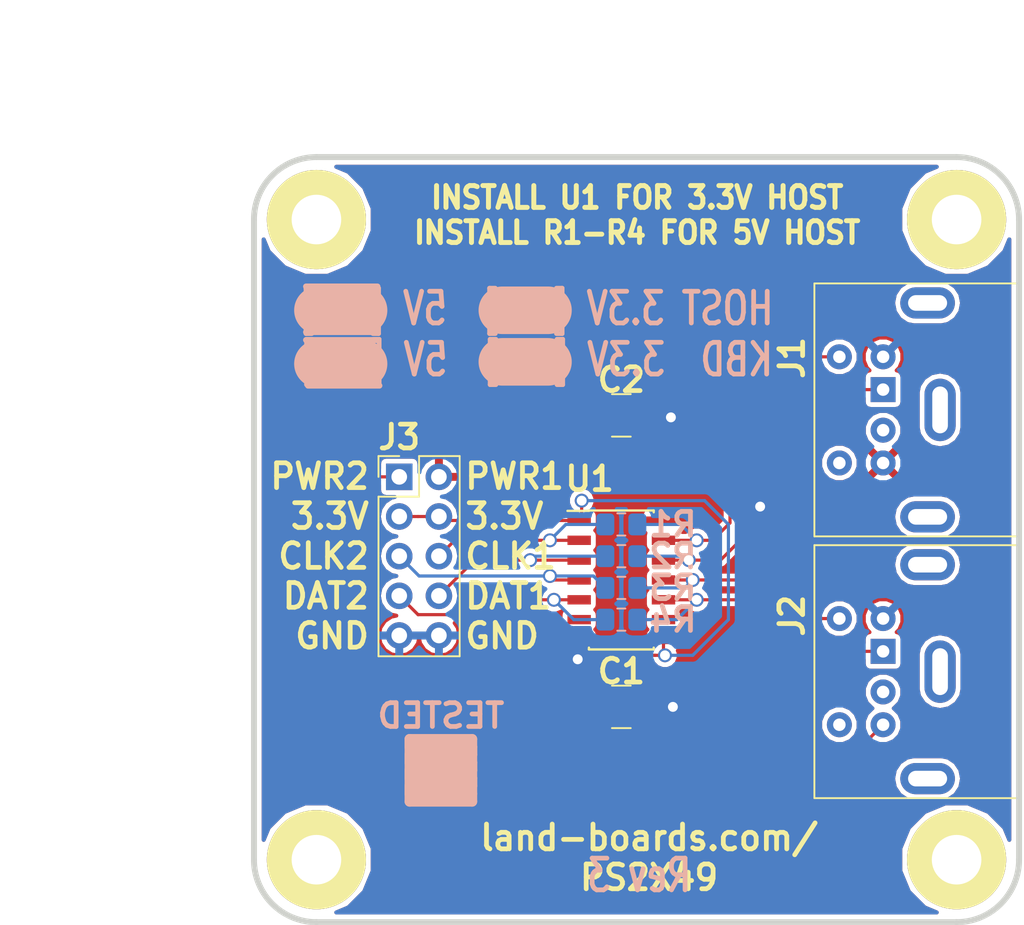
<source format=kicad_pcb>
(kicad_pcb (version 20171130) (host pcbnew "(5.0.2)-1")

  (general
    (thickness 1.6002)
    (drawings 26)
    (tracks 99)
    (zones 0)
    (modules 15)
    (nets 22)
  )

  (page A)
  (title_block
    (date "28 mar 2015")
    (rev X1)
  )

  (layers
    (0 Front signal)
    (31 Back signal)
    (36 B.SilkS user)
    (37 F.SilkS user)
    (38 B.Mask user)
    (39 F.Mask user)
    (40 Dwgs.User user)
    (44 Edge.Cuts user)
    (45 Margin user)
    (46 B.CrtYd user hide)
    (47 F.CrtYd user hide)
    (48 B.Fab user hide)
    (49 F.Fab user hide)
  )

  (setup
    (last_trace_width 0.2032)
    (user_trace_width 0.254)
    (user_trace_width 0.635)
    (trace_clearance 0.254)
    (zone_clearance 0.3048)
    (zone_45_only no)
    (trace_min 0.2032)
    (segment_width 0.381)
    (edge_width 0.381)
    (via_size 0.889)
    (via_drill 0.635)
    (via_min_size 0.889)
    (via_min_drill 0.508)
    (uvia_size 0.508)
    (uvia_drill 0.127)
    (uvias_allowed no)
    (uvia_min_size 0.508)
    (uvia_min_drill 0.127)
    (pcb_text_width 0.3048)
    (pcb_text_size 1.524 2.032)
    (mod_edge_width 0.381)
    (mod_text_size 1.524 1.524)
    (mod_text_width 0.3048)
    (pad_size 6.35 6.35)
    (pad_drill 3.175)
    (pad_to_mask_clearance 0.1524)
    (solder_mask_min_width 0.25)
    (aux_axis_origin 0 0)
    (visible_elements 7EFFFF7F)
    (pcbplotparams
      (layerselection 0x010f0_ffffffff)
      (usegerberextensions true)
      (usegerberattributes false)
      (usegerberadvancedattributes false)
      (creategerberjobfile false)
      (excludeedgelayer true)
      (linewidth 0.150000)
      (plotframeref false)
      (viasonmask false)
      (mode 1)
      (useauxorigin false)
      (hpglpennumber 1)
      (hpglpenspeed 20)
      (hpglpendiameter 15.000000)
      (psnegative false)
      (psa4output false)
      (plotreference true)
      (plotvalue false)
      (plotinvisibletext false)
      (padsonsilk false)
      (subtractmaskfromsilk false)
      (outputformat 1)
      (mirror false)
      (drillshape 0)
      (scaleselection 1)
      (outputdirectory "plots/"))
  )

  (net 0 "")
  (net 1 GND)
  (net 2 VCC)
  (net 3 /DAT1)
  (net 4 /CLK1)
  (net 5 /CLK2)
  (net 6 /DAT2)
  (net 7 /KDAT1)
  (net 8 /KCLK1)
  (net 9 /KCLK2)
  (net 10 /KDAT2)
  (net 11 +3V3)
  (net 12 "Net-(J1-Pad2)")
  (net 13 "Net-(J1-Pad6)")
  (net 14 "Net-(J2-Pad6)")
  (net 15 "Net-(J2-Pad2)")
  (net 16 "Net-(MTG1-Pad1)")
  (net 17 "Net-(MTG2-Pad1)")
  (net 18 "Net-(MTG3-Pad1)")
  (net 19 "Net-(MTG4-Pad1)")
  (net 20 /PWR1)
  (net 21 /PWR2)

  (net_class Default "This is the default net class."
    (clearance 0.254)
    (trace_width 0.2032)
    (via_dia 0.889)
    (via_drill 0.635)
    (uvia_dia 0.508)
    (uvia_drill 0.127)
    (add_net +3V3)
    (add_net /CLK1)
    (add_net /CLK2)
    (add_net /DAT1)
    (add_net /DAT2)
    (add_net /KCLK1)
    (add_net /KCLK2)
    (add_net /KDAT1)
    (add_net /KDAT2)
    (add_net /PWR1)
    (add_net /PWR2)
    (add_net GND)
    (add_net "Net-(J1-Pad2)")
    (add_net "Net-(J1-Pad6)")
    (add_net "Net-(J2-Pad2)")
    (add_net "Net-(J2-Pad6)")
    (add_net "Net-(MTG1-Pad1)")
    (add_net "Net-(MTG2-Pad1)")
    (add_net "Net-(MTG3-Pad1)")
    (add_net "Net-(MTG4-Pad1)")
    (add_net VCC)
  )

  (net_class POWER ""
    (clearance 0.254)
    (trace_width 0.635)
    (via_dia 0.889)
    (via_drill 0.635)
    (uvia_dia 0.508)
    (uvia_drill 0.127)
  )

  (module MTG-4-40 locked (layer Front) (tedit 50F036E3) (tstamp 51AF63A5)
    (at 14 55)
    (path /5030F2C2)
    (fp_text reference MTG3 (at -6.858 -0.635) (layer F.SilkS) hide
      (effects (font (size 1.524 1.524) (thickness 0.3048)))
    )
    (fp_text value CONN_1 (at 0 -5.08) (layer F.SilkS) hide
      (effects (font (size 1.524 1.524) (thickness 0.3048)))
    )
    (pad 1 thru_hole circle (at 0 0) (size 6.35 6.35) (drill 3.175) (layers *.Cu *.Mask F.SilkS)
      (net 18 "Net-(MTG3-Pad1)"))
  )

  (module MTG-4-40 locked (layer Front) (tedit 50F036E3) (tstamp 51AF63AA)
    (at 55 55)
    (path /5030F2C1)
    (fp_text reference MTG4 (at -6.858 -0.635) (layer F.SilkS) hide
      (effects (font (size 1.524 1.524) (thickness 0.3048)))
    )
    (fp_text value CONN_1 (at 0 -5.08) (layer F.SilkS) hide
      (effects (font (size 1.524 1.524) (thickness 0.3048)))
    )
    (pad 1 thru_hole circle (at 0 0) (size 6.35 6.35) (drill 3.175) (layers *.Cu *.Mask F.SilkS)
      (net 19 "Net-(MTG4-Pad1)"))
  )

  (module MTG-4-40 locked (layer Front) (tedit 50F036E3) (tstamp 51AF63AF)
    (at 55 14)
    (path /5030F2BD)
    (fp_text reference MTG2 (at -6.858 -0.635) (layer F.SilkS) hide
      (effects (font (size 1.524 1.524) (thickness 0.3048)))
    )
    (fp_text value CONN_1 (at 0 -5.08) (layer F.SilkS) hide
      (effects (font (size 1.524 1.524) (thickness 0.3048)))
    )
    (pad 1 thru_hole circle (at 0 0) (size 6.35 6.35) (drill 3.175) (layers *.Cu *.Mask F.SilkS)
      (net 17 "Net-(MTG2-Pad1)"))
  )

  (module MTG-4-40 locked (layer Front) (tedit 50F036E3) (tstamp 51AF63B4)
    (at 14 14)
    (path /5030F2A7)
    (fp_text reference MTG1 (at -6.858 -0.635) (layer F.SilkS) hide
      (effects (font (size 1.524 1.524) (thickness 0.3048)))
    )
    (fp_text value CONN_1 (at 0 -5.08) (layer F.SilkS) hide
      (effects (font (size 1.524 1.524) (thickness 0.3048)))
    )
    (pad 1 thru_hole circle (at 0 0) (size 6.35 6.35) (drill 3.175) (layers *.Cu *.Mask F.SilkS)
      (net 16 "Net-(MTG1-Pad1)"))
  )

  (module LandBoards_Conns:Connector_Mini-DIN_Female_6Pin_2rows (layer Front) (tedit 58E946D2) (tstamp 5DD34B03)
    (at 50.292 24.892 90)
    (descr "A footprint for the generic 6 pin Mini-DIN through hole connector with shell.")
    (tags "mini din 6pin connector socket")
    (path /5DD34587)
    (fp_text reference J1 (at 2.032 -5.842 90) (layer F.SilkS)
      (effects (font (size 1.524 1.524) (thickness 0.3048)))
    )
    (fp_text value Conn_01x06 (at -0.03 10.15 90) (layer F.Fab)
      (effects (font (size 1 1) (thickness 0.15)))
    )
    (fp_text user %R (at -1.27 -6.35 90) (layer F.Fab)
      (effects (font (size 1 1) (thickness 0.15)))
    )
    (fp_line (start 6.7 -4.3) (end 6.7 8.5) (layer F.Fab) (width 0.1))
    (fp_line (start 6.7 8.5) (end -9.3 8.5) (layer F.Fab) (width 0.1))
    (fp_line (start -9.3 8.5) (end -9.3 -4.3) (layer F.Fab) (width 0.1))
    (fp_line (start -9.3 -4.3) (end 6.7 -4.3) (layer F.Fab) (width 0.1))
    (fp_line (start 6.8 -4.4) (end 6.8 8.6) (layer F.SilkS) (width 0.12))
    (fp_line (start -9.4 -4.4) (end -9.4 8.6) (layer F.SilkS) (width 0.12))
    (fp_line (start -9.4 -4.4) (end 6.8 -4.4) (layer F.SilkS) (width 0.12))
    (fp_line (start -9.4 8.6) (end 6.8 8.6) (layer F.SilkS) (width 0.12))
    (fp_line (start -9.81 -5.05) (end 7.19 -5.05) (layer F.CrtYd) (width 0.05))
    (fp_line (start -9.81 -5.05) (end -9.81 9) (layer F.CrtYd) (width 0.05))
    (fp_line (start 7.19 9) (end 7.19 -5.05) (layer F.CrtYd) (width 0.05))
    (fp_line (start 7.19 9) (end -9.81 9) (layer F.CrtYd) (width 0.05))
    (pad 7 thru_hole oval (at -8.15 2.85 90) (size 2 3.5) (drill oval 1 2.5) (layers *.Cu *.Mask))
    (pad 7 thru_hole oval (at 5.55 2.85 90) (size 2 3.5) (drill oval 1 2.5) (layers *.Cu *.Mask))
    (pad 1 thru_hole rect (at 0 0 90) (size 1.6 1.6) (drill 0.8) (layers *.Cu *.Mask)
      (net 7 /KDAT1))
    (pad 2 thru_hole circle (at -2.6 0 90) (size 1.6 1.6) (drill 0.8) (layers *.Cu *.Mask)
      (net 12 "Net-(J1-Pad2)"))
    (pad 3 thru_hole circle (at 2.1 0 90) (size 1.6 1.6) (drill 0.8) (layers *.Cu *.Mask)
      (net 1 GND))
    (pad 4 thru_hole circle (at -4.7 0 90) (size 1.6 1.6) (drill 0.8) (layers *.Cu *.Mask)
      (net 20 /PWR1))
    (pad 5 thru_hole circle (at 2.1 -2.8 90) (size 1.6 1.6) (drill 0.8) (layers *.Cu *.Mask)
      (net 8 /KCLK1))
    (pad 6 thru_hole circle (at -4.7 -2.8 90) (size 1.6 1.6) (drill 0.8) (layers *.Cu *.Mask)
      (net 13 "Net-(J1-Pad6)"))
    (pad 7 thru_hole oval (at -1.3 3.65 90) (size 4 2) (drill oval 3 1) (layers *.Cu *.Mask))
  )

  (module LandBoards_Conns:Connector_Mini-DIN_Female_6Pin_2rows (layer Front) (tedit 58E946D2) (tstamp 5DD34B1D)
    (at 50.292 41.656 90)
    (descr "A footprint for the generic 6 pin Mini-DIN through hole connector with shell.")
    (tags "mini din 6pin connector socket")
    (path /5DD346A4)
    (fp_text reference J2 (at 2.286 -5.842 90) (layer F.SilkS)
      (effects (font (size 1.524 1.524) (thickness 0.3048)))
    )
    (fp_text value Conn_01x06 (at -0.03 10.15 90) (layer F.Fab)
      (effects (font (size 1 1) (thickness 0.15)))
    )
    (fp_line (start 7.19 9) (end -9.81 9) (layer F.CrtYd) (width 0.05))
    (fp_line (start 7.19 9) (end 7.19 -5.05) (layer F.CrtYd) (width 0.05))
    (fp_line (start -9.81 -5.05) (end -9.81 9) (layer F.CrtYd) (width 0.05))
    (fp_line (start -9.81 -5.05) (end 7.19 -5.05) (layer F.CrtYd) (width 0.05))
    (fp_line (start -9.4 8.6) (end 6.8 8.6) (layer F.SilkS) (width 0.12))
    (fp_line (start -9.4 -4.4) (end 6.8 -4.4) (layer F.SilkS) (width 0.12))
    (fp_line (start -9.4 -4.4) (end -9.4 8.6) (layer F.SilkS) (width 0.12))
    (fp_line (start 6.8 -4.4) (end 6.8 8.6) (layer F.SilkS) (width 0.12))
    (fp_line (start -9.3 -4.3) (end 6.7 -4.3) (layer F.Fab) (width 0.1))
    (fp_line (start -9.3 8.5) (end -9.3 -4.3) (layer F.Fab) (width 0.1))
    (fp_line (start 6.7 8.5) (end -9.3 8.5) (layer F.Fab) (width 0.1))
    (fp_line (start 6.7 -4.3) (end 6.7 8.5) (layer F.Fab) (width 0.1))
    (fp_text user %R (at -1.27 -6.35 90) (layer F.Fab)
      (effects (font (size 1 1) (thickness 0.15)))
    )
    (pad 7 thru_hole oval (at -1.3 3.65 90) (size 4 2) (drill oval 3 1) (layers *.Cu *.Mask))
    (pad 6 thru_hole circle (at -4.7 -2.8 90) (size 1.6 1.6) (drill 0.8) (layers *.Cu *.Mask)
      (net 14 "Net-(J2-Pad6)"))
    (pad 5 thru_hole circle (at 2.1 -2.8 90) (size 1.6 1.6) (drill 0.8) (layers *.Cu *.Mask)
      (net 9 /KCLK2))
    (pad 4 thru_hole circle (at -4.7 0 90) (size 1.6 1.6) (drill 0.8) (layers *.Cu *.Mask)
      (net 21 /PWR2))
    (pad 3 thru_hole circle (at 2.1 0 90) (size 1.6 1.6) (drill 0.8) (layers *.Cu *.Mask)
      (net 1 GND))
    (pad 2 thru_hole circle (at -2.6 0 90) (size 1.6 1.6) (drill 0.8) (layers *.Cu *.Mask)
      (net 15 "Net-(J2-Pad2)"))
    (pad 1 thru_hole rect (at 0 0 90) (size 1.6 1.6) (drill 0.8) (layers *.Cu *.Mask)
      (net 10 /KDAT2))
    (pad 7 thru_hole oval (at 5.55 2.85 90) (size 2 3.5) (drill oval 1 2.5) (layers *.Cu *.Mask))
    (pad 7 thru_hole oval (at -8.15 2.85 90) (size 2 3.5) (drill oval 1 2.5) (layers *.Cu *.Mask))
  )

  (module Connector_PinHeader_2.54mm:PinHeader_2x05_P2.54mm_Vertical (layer Front) (tedit 59FED5CC) (tstamp 5DD50A6A)
    (at 19.304 30.48)
    (descr "Through hole straight pin header, 2x05, 2.54mm pitch, double rows")
    (tags "Through hole pin header THT 2x05 2.54mm double row")
    (path /5DD4466A)
    (fp_text reference J3 (at 0 -2.54) (layer F.SilkS)
      (effects (font (size 1.524 1.524) (thickness 0.3048)))
    )
    (fp_text value Conn_02x05_Odd_Even (at 1.27 12.49) (layer F.Fab)
      (effects (font (size 1 1) (thickness 0.15)))
    )
    (fp_line (start 0 -1.27) (end 3.81 -1.27) (layer F.Fab) (width 0.1))
    (fp_line (start 3.81 -1.27) (end 3.81 11.43) (layer F.Fab) (width 0.1))
    (fp_line (start 3.81 11.43) (end -1.27 11.43) (layer F.Fab) (width 0.1))
    (fp_line (start -1.27 11.43) (end -1.27 0) (layer F.Fab) (width 0.1))
    (fp_line (start -1.27 0) (end 0 -1.27) (layer F.Fab) (width 0.1))
    (fp_line (start -1.33 11.49) (end 3.87 11.49) (layer F.SilkS) (width 0.12))
    (fp_line (start -1.33 1.27) (end -1.33 11.49) (layer F.SilkS) (width 0.12))
    (fp_line (start 3.87 -1.33) (end 3.87 11.49) (layer F.SilkS) (width 0.12))
    (fp_line (start -1.33 1.27) (end 1.27 1.27) (layer F.SilkS) (width 0.12))
    (fp_line (start 1.27 1.27) (end 1.27 -1.33) (layer F.SilkS) (width 0.12))
    (fp_line (start 1.27 -1.33) (end 3.87 -1.33) (layer F.SilkS) (width 0.12))
    (fp_line (start -1.33 0) (end -1.33 -1.33) (layer F.SilkS) (width 0.12))
    (fp_line (start -1.33 -1.33) (end 0 -1.33) (layer F.SilkS) (width 0.12))
    (fp_line (start -1.8 -1.8) (end -1.8 11.95) (layer F.CrtYd) (width 0.05))
    (fp_line (start -1.8 11.95) (end 4.35 11.95) (layer F.CrtYd) (width 0.05))
    (fp_line (start 4.35 11.95) (end 4.35 -1.8) (layer F.CrtYd) (width 0.05))
    (fp_line (start 4.35 -1.8) (end -1.8 -1.8) (layer F.CrtYd) (width 0.05))
    (fp_text user %R (at 1.27 5.08 90) (layer F.Fab)
      (effects (font (size 1 1) (thickness 0.15)))
    )
    (pad 1 thru_hole rect (at 0 0) (size 1.7 1.7) (drill 1) (layers *.Cu *.Mask)
      (net 21 /PWR2))
    (pad 2 thru_hole oval (at 2.54 0) (size 1.7 1.7) (drill 1) (layers *.Cu *.Mask)
      (net 20 /PWR1))
    (pad 3 thru_hole oval (at 0 2.54) (size 1.7 1.7) (drill 1) (layers *.Cu *.Mask)
      (net 11 +3V3))
    (pad 4 thru_hole oval (at 2.54 2.54) (size 1.7 1.7) (drill 1) (layers *.Cu *.Mask)
      (net 11 +3V3))
    (pad 5 thru_hole oval (at 0 5.08) (size 1.7 1.7) (drill 1) (layers *.Cu *.Mask)
      (net 5 /CLK2))
    (pad 6 thru_hole oval (at 2.54 5.08) (size 1.7 1.7) (drill 1) (layers *.Cu *.Mask)
      (net 4 /CLK1))
    (pad 7 thru_hole oval (at 0 7.62) (size 1.7 1.7) (drill 1) (layers *.Cu *.Mask)
      (net 6 /DAT2))
    (pad 8 thru_hole oval (at 2.54 7.62) (size 1.7 1.7) (drill 1) (layers *.Cu *.Mask)
      (net 3 /DAT1))
    (pad 9 thru_hole oval (at 0 10.16) (size 1.7 1.7) (drill 1) (layers *.Cu *.Mask)
      (net 1 GND))
    (pad 10 thru_hole oval (at 2.54 10.16) (size 1.7 1.7) (drill 1) (layers *.Cu *.Mask)
      (net 1 GND))
    (model ${KISYS3DMOD}/Connector_PinHeader_2.54mm.3dshapes/PinHeader_2x05_P2.54mm_Vertical.wrl
      (at (xyz 0 0 0))
      (scale (xyz 1 1 1))
      (rotate (xyz 0 0 0))
    )
  )

  (module Package_SO:SOIC-14_3.9x8.7mm_P1.27mm (layer Front) (tedit 5A02F2D3) (tstamp 5DD50ADE)
    (at 33.528 37.084)
    (descr "14-Lead Plastic Small Outline (SL) - Narrow, 3.90 mm Body [SOIC] (see Microchip Packaging Specification 00000049BS.pdf)")
    (tags "SOIC 1.27")
    (path /5DD46F75)
    (attr smd)
    (fp_text reference U1 (at -2.032 -6.477) (layer F.SilkS)
      (effects (font (size 1.524 1.524) (thickness 0.3048)))
    )
    (fp_text value TXS0104 (at 0 5.375) (layer F.Fab)
      (effects (font (size 1 1) (thickness 0.15)))
    )
    (fp_text user %R (at 0 0) (layer F.Fab)
      (effects (font (size 0.9 0.9) (thickness 0.135)))
    )
    (fp_line (start -0.95 -4.35) (end 1.95 -4.35) (layer F.Fab) (width 0.15))
    (fp_line (start 1.95 -4.35) (end 1.95 4.35) (layer F.Fab) (width 0.15))
    (fp_line (start 1.95 4.35) (end -1.95 4.35) (layer F.Fab) (width 0.15))
    (fp_line (start -1.95 4.35) (end -1.95 -3.35) (layer F.Fab) (width 0.15))
    (fp_line (start -1.95 -3.35) (end -0.95 -4.35) (layer F.Fab) (width 0.15))
    (fp_line (start -3.7 -4.65) (end -3.7 4.65) (layer F.CrtYd) (width 0.05))
    (fp_line (start 3.7 -4.65) (end 3.7 4.65) (layer F.CrtYd) (width 0.05))
    (fp_line (start -3.7 -4.65) (end 3.7 -4.65) (layer F.CrtYd) (width 0.05))
    (fp_line (start -3.7 4.65) (end 3.7 4.65) (layer F.CrtYd) (width 0.05))
    (fp_line (start -2.075 -4.45) (end -2.075 -4.425) (layer F.SilkS) (width 0.15))
    (fp_line (start 2.075 -4.45) (end 2.075 -4.335) (layer F.SilkS) (width 0.15))
    (fp_line (start 2.075 4.45) (end 2.075 4.335) (layer F.SilkS) (width 0.15))
    (fp_line (start -2.075 4.45) (end -2.075 4.335) (layer F.SilkS) (width 0.15))
    (fp_line (start -2.075 -4.45) (end 2.075 -4.45) (layer F.SilkS) (width 0.15))
    (fp_line (start -2.075 4.45) (end 2.075 4.45) (layer F.SilkS) (width 0.15))
    (fp_line (start -2.075 -4.425) (end -3.45 -4.425) (layer F.SilkS) (width 0.15))
    (pad 1 smd rect (at -2.7 -3.81) (size 1.5 0.6) (layers Front F.Paste F.Mask)
      (net 11 +3V3))
    (pad 2 smd rect (at -2.7 -2.54) (size 1.5 0.6) (layers Front F.Paste F.Mask)
      (net 4 /CLK1))
    (pad 3 smd rect (at -2.7 -1.27) (size 1.5 0.6) (layers Front F.Paste F.Mask)
      (net 3 /DAT1))
    (pad 4 smd rect (at -2.7 0) (size 1.5 0.6) (layers Front F.Paste F.Mask)
      (net 5 /CLK2))
    (pad 5 smd rect (at -2.7 1.27) (size 1.5 0.6) (layers Front F.Paste F.Mask)
      (net 6 /DAT2))
    (pad 6 smd rect (at -2.7 2.54) (size 1.5 0.6) (layers Front F.Paste F.Mask))
    (pad 7 smd rect (at -2.7 3.81) (size 1.5 0.6) (layers Front F.Paste F.Mask)
      (net 1 GND))
    (pad 8 smd rect (at 2.7 3.81) (size 1.5 0.6) (layers Front F.Paste F.Mask)
      (net 11 +3V3))
    (pad 9 smd rect (at 2.7 2.54) (size 1.5 0.6) (layers Front F.Paste F.Mask))
    (pad 10 smd rect (at 2.7 1.27) (size 1.5 0.6) (layers Front F.Paste F.Mask)
      (net 10 /KDAT2))
    (pad 11 smd rect (at 2.7 0) (size 1.5 0.6) (layers Front F.Paste F.Mask)
      (net 9 /KCLK2))
    (pad 12 smd rect (at 2.7 -1.27) (size 1.5 0.6) (layers Front F.Paste F.Mask)
      (net 7 /KDAT1))
    (pad 13 smd rect (at 2.7 -2.54) (size 1.5 0.6) (layers Front F.Paste F.Mask)
      (net 8 /KCLK1))
    (pad 14 smd rect (at 2.7 -3.81) (size 1.5 0.6) (layers Front F.Paste F.Mask)
      (net 20 /PWR1))
    (model ${KISYS3DMOD}/Package_SO.3dshapes/SOIC-14_3.9x8.7mm_P1.27mm.wrl
      (at (xyz 0 0 0))
      (scale (xyz 1 1 1))
      (rotate (xyz 0 0 0))
    )
  )

  (module Resistor_SMD:R_0805_2012Metric_Pad1.15x1.40mm_HandSolder (layer Back) (tedit 5B36C52B) (tstamp 5DE1A8C8)
    (at 33.528 33.528 180)
    (descr "Resistor SMD 0805 (2012 Metric), square (rectangular) end terminal, IPC_7351 nominal with elongated pad for handsoldering. (Body size source: https://docs.google.com/spreadsheets/d/1BsfQQcO9C6DZCsRaXUlFlo91Tg2WpOkGARC1WS5S8t0/edit?usp=sharing), generated with kicad-footprint-generator")
    (tags "resistor handsolder")
    (path /5DD5FB13)
    (attr smd)
    (fp_text reference R1 (at -3.302 0 180) (layer B.SilkS)
      (effects (font (size 1.524 1.524) (thickness 0.3048)) (justify mirror))
    )
    (fp_text value R_Small (at 0 -1.65 180) (layer B.Fab)
      (effects (font (size 1 1) (thickness 0.15)) (justify mirror))
    )
    (fp_line (start -1 -0.6) (end -1 0.6) (layer B.Fab) (width 0.1))
    (fp_line (start -1 0.6) (end 1 0.6) (layer B.Fab) (width 0.1))
    (fp_line (start 1 0.6) (end 1 -0.6) (layer B.Fab) (width 0.1))
    (fp_line (start 1 -0.6) (end -1 -0.6) (layer B.Fab) (width 0.1))
    (fp_line (start -0.261252 0.71) (end 0.261252 0.71) (layer B.SilkS) (width 0.12))
    (fp_line (start -0.261252 -0.71) (end 0.261252 -0.71) (layer B.SilkS) (width 0.12))
    (fp_line (start -1.85 -0.95) (end -1.85 0.95) (layer B.CrtYd) (width 0.05))
    (fp_line (start -1.85 0.95) (end 1.85 0.95) (layer B.CrtYd) (width 0.05))
    (fp_line (start 1.85 0.95) (end 1.85 -0.95) (layer B.CrtYd) (width 0.05))
    (fp_line (start 1.85 -0.95) (end -1.85 -0.95) (layer B.CrtYd) (width 0.05))
    (fp_text user %R (at 0 0 180) (layer B.Fab)
      (effects (font (size 0.5 0.5) (thickness 0.08)) (justify mirror))
    )
    (pad 1 smd roundrect (at -1.025 0 180) (size 1.15 1.4) (layers Back B.Paste B.Mask) (roundrect_rratio 0.217391)
      (net 8 /KCLK1))
    (pad 2 smd roundrect (at 1.025 0 180) (size 1.15 1.4) (layers Back B.Paste B.Mask) (roundrect_rratio 0.217391)
      (net 4 /CLK1))
    (model ${KISYS3DMOD}/Resistor_SMD.3dshapes/R_0805_2012Metric.wrl
      (at (xyz 0 0 0))
      (scale (xyz 1 1 1))
      (rotate (xyz 0 0 0))
    )
  )

  (module Resistor_SMD:R_0805_2012Metric_Pad1.15x1.40mm_HandSolder (layer Back) (tedit 5B36C52B) (tstamp 5DE1A8D9)
    (at 33.528 35.56 180)
    (descr "Resistor SMD 0805 (2012 Metric), square (rectangular) end terminal, IPC_7351 nominal with elongated pad for handsoldering. (Body size source: https://docs.google.com/spreadsheets/d/1BsfQQcO9C6DZCsRaXUlFlo91Tg2WpOkGARC1WS5S8t0/edit?usp=sharing), generated with kicad-footprint-generator")
    (tags "resistor handsolder")
    (path /5DD6E8F6)
    (attr smd)
    (fp_text reference R2 (at -3.302 0 180) (layer B.SilkS)
      (effects (font (size 1.524 1.524) (thickness 0.3048)) (justify mirror))
    )
    (fp_text value R_Small (at 0 -1.65 180) (layer B.Fab)
      (effects (font (size 1 1) (thickness 0.15)) (justify mirror))
    )
    (fp_text user %R (at 0 0 180) (layer B.Fab)
      (effects (font (size 0.5 0.5) (thickness 0.08)) (justify mirror))
    )
    (fp_line (start 1.85 -0.95) (end -1.85 -0.95) (layer B.CrtYd) (width 0.05))
    (fp_line (start 1.85 0.95) (end 1.85 -0.95) (layer B.CrtYd) (width 0.05))
    (fp_line (start -1.85 0.95) (end 1.85 0.95) (layer B.CrtYd) (width 0.05))
    (fp_line (start -1.85 -0.95) (end -1.85 0.95) (layer B.CrtYd) (width 0.05))
    (fp_line (start -0.261252 -0.71) (end 0.261252 -0.71) (layer B.SilkS) (width 0.12))
    (fp_line (start -0.261252 0.71) (end 0.261252 0.71) (layer B.SilkS) (width 0.12))
    (fp_line (start 1 -0.6) (end -1 -0.6) (layer B.Fab) (width 0.1))
    (fp_line (start 1 0.6) (end 1 -0.6) (layer B.Fab) (width 0.1))
    (fp_line (start -1 0.6) (end 1 0.6) (layer B.Fab) (width 0.1))
    (fp_line (start -1 -0.6) (end -1 0.6) (layer B.Fab) (width 0.1))
    (pad 2 smd roundrect (at 1.025 0 180) (size 1.15 1.4) (layers Back B.Paste B.Mask) (roundrect_rratio 0.217391)
      (net 3 /DAT1))
    (pad 1 smd roundrect (at -1.025 0 180) (size 1.15 1.4) (layers Back B.Paste B.Mask) (roundrect_rratio 0.217391)
      (net 7 /KDAT1))
    (model ${KISYS3DMOD}/Resistor_SMD.3dshapes/R_0805_2012Metric.wrl
      (at (xyz 0 0 0))
      (scale (xyz 1 1 1))
      (rotate (xyz 0 0 0))
    )
  )

  (module Resistor_SMD:R_0805_2012Metric_Pad1.15x1.40mm_HandSolder (layer Back) (tedit 5B36C52B) (tstamp 5DE1A8EA)
    (at 33.528 37.592 180)
    (descr "Resistor SMD 0805 (2012 Metric), square (rectangular) end terminal, IPC_7351 nominal with elongated pad for handsoldering. (Body size source: https://docs.google.com/spreadsheets/d/1BsfQQcO9C6DZCsRaXUlFlo91Tg2WpOkGARC1WS5S8t0/edit?usp=sharing), generated with kicad-footprint-generator")
    (tags "resistor handsolder")
    (path /5DD6E928)
    (attr smd)
    (fp_text reference R3 (at -3.302 0 180) (layer B.SilkS)
      (effects (font (size 1.524 1.524) (thickness 0.3048)) (justify mirror))
    )
    (fp_text value R_Small (at 0 -1.65 180) (layer B.Fab)
      (effects (font (size 1 1) (thickness 0.15)) (justify mirror))
    )
    (fp_line (start -1 -0.6) (end -1 0.6) (layer B.Fab) (width 0.1))
    (fp_line (start -1 0.6) (end 1 0.6) (layer B.Fab) (width 0.1))
    (fp_line (start 1 0.6) (end 1 -0.6) (layer B.Fab) (width 0.1))
    (fp_line (start 1 -0.6) (end -1 -0.6) (layer B.Fab) (width 0.1))
    (fp_line (start -0.261252 0.71) (end 0.261252 0.71) (layer B.SilkS) (width 0.12))
    (fp_line (start -0.261252 -0.71) (end 0.261252 -0.71) (layer B.SilkS) (width 0.12))
    (fp_line (start -1.85 -0.95) (end -1.85 0.95) (layer B.CrtYd) (width 0.05))
    (fp_line (start -1.85 0.95) (end 1.85 0.95) (layer B.CrtYd) (width 0.05))
    (fp_line (start 1.85 0.95) (end 1.85 -0.95) (layer B.CrtYd) (width 0.05))
    (fp_line (start 1.85 -0.95) (end -1.85 -0.95) (layer B.CrtYd) (width 0.05))
    (fp_text user %R (at 0 0 180) (layer B.Fab)
      (effects (font (size 0.5 0.5) (thickness 0.08)) (justify mirror))
    )
    (pad 1 smd roundrect (at -1.025 0 180) (size 1.15 1.4) (layers Back B.Paste B.Mask) (roundrect_rratio 0.217391)
      (net 9 /KCLK2))
    (pad 2 smd roundrect (at 1.025 0 180) (size 1.15 1.4) (layers Back B.Paste B.Mask) (roundrect_rratio 0.217391)
      (net 5 /CLK2))
    (model ${KISYS3DMOD}/Resistor_SMD.3dshapes/R_0805_2012Metric.wrl
      (at (xyz 0 0 0))
      (scale (xyz 1 1 1))
      (rotate (xyz 0 0 0))
    )
  )

  (module Resistor_SMD:R_0805_2012Metric_Pad1.15x1.40mm_HandSolder (layer Back) (tedit 5B36C52B) (tstamp 5DE1A8FB)
    (at 33.528 39.624 180)
    (descr "Resistor SMD 0805 (2012 Metric), square (rectangular) end terminal, IPC_7351 nominal with elongated pad for handsoldering. (Body size source: https://docs.google.com/spreadsheets/d/1BsfQQcO9C6DZCsRaXUlFlo91Tg2WpOkGARC1WS5S8t0/edit?usp=sharing), generated with kicad-footprint-generator")
    (tags "resistor handsolder")
    (path /5DD6E95C)
    (attr smd)
    (fp_text reference R4 (at -3.302 0 180) (layer B.SilkS)
      (effects (font (size 1.524 1.524) (thickness 0.3048)) (justify mirror))
    )
    (fp_text value R_Small (at 0 -1.65 180) (layer B.Fab)
      (effects (font (size 1 1) (thickness 0.15)) (justify mirror))
    )
    (fp_text user %R (at 0 0 180) (layer B.Fab)
      (effects (font (size 0.5 0.5) (thickness 0.08)) (justify mirror))
    )
    (fp_line (start 1.85 -0.95) (end -1.85 -0.95) (layer B.CrtYd) (width 0.05))
    (fp_line (start 1.85 0.95) (end 1.85 -0.95) (layer B.CrtYd) (width 0.05))
    (fp_line (start -1.85 0.95) (end 1.85 0.95) (layer B.CrtYd) (width 0.05))
    (fp_line (start -1.85 -0.95) (end -1.85 0.95) (layer B.CrtYd) (width 0.05))
    (fp_line (start -0.261252 -0.71) (end 0.261252 -0.71) (layer B.SilkS) (width 0.12))
    (fp_line (start -0.261252 0.71) (end 0.261252 0.71) (layer B.SilkS) (width 0.12))
    (fp_line (start 1 -0.6) (end -1 -0.6) (layer B.Fab) (width 0.1))
    (fp_line (start 1 0.6) (end 1 -0.6) (layer B.Fab) (width 0.1))
    (fp_line (start -1 0.6) (end 1 0.6) (layer B.Fab) (width 0.1))
    (fp_line (start -1 -0.6) (end -1 0.6) (layer B.Fab) (width 0.1))
    (pad 2 smd roundrect (at 1.025 0 180) (size 1.15 1.4) (layers Back B.Paste B.Mask) (roundrect_rratio 0.217391)
      (net 6 /DAT2))
    (pad 1 smd roundrect (at -1.025 0 180) (size 1.15 1.4) (layers Back B.Paste B.Mask) (roundrect_rratio 0.217391)
      (net 10 /KDAT2))
    (model ${KISYS3DMOD}/Resistor_SMD.3dshapes/R_0805_2012Metric.wrl
      (at (xyz 0 0 0))
      (scale (xyz 1 1 1))
      (rotate (xyz 0 0 0))
    )
  )

  (module Capacitor_SMD:C_1210_3225Metric_Pad1.42x2.65mm_HandSolder (layer Front) (tedit 5B301BBE) (tstamp 5E0D2BDF)
    (at 33.528 26.543)
    (descr "Capacitor SMD 1210 (3225 Metric), square (rectangular) end terminal, IPC_7351 nominal with elongated pad for handsoldering. (Body size source: http://www.tortai-tech.com/upload/download/2011102023233369053.pdf), generated with kicad-footprint-generator")
    (tags "capacitor handsolder")
    (path /5DD72516)
    (attr smd)
    (fp_text reference C2 (at 0 -2.28) (layer F.SilkS)
      (effects (font (size 1.524 1.524) (thickness 0.3048)))
    )
    (fp_text value 10uF (at 0 2.28) (layer F.Fab)
      (effects (font (size 1 1) (thickness 0.15)))
    )
    (fp_line (start -1.6 1.25) (end -1.6 -1.25) (layer F.Fab) (width 0.1))
    (fp_line (start -1.6 -1.25) (end 1.6 -1.25) (layer F.Fab) (width 0.1))
    (fp_line (start 1.6 -1.25) (end 1.6 1.25) (layer F.Fab) (width 0.1))
    (fp_line (start 1.6 1.25) (end -1.6 1.25) (layer F.Fab) (width 0.1))
    (fp_line (start -0.602064 -1.36) (end 0.602064 -1.36) (layer F.SilkS) (width 0.12))
    (fp_line (start -0.602064 1.36) (end 0.602064 1.36) (layer F.SilkS) (width 0.12))
    (fp_line (start -2.45 1.58) (end -2.45 -1.58) (layer F.CrtYd) (width 0.05))
    (fp_line (start -2.45 -1.58) (end 2.45 -1.58) (layer F.CrtYd) (width 0.05))
    (fp_line (start 2.45 -1.58) (end 2.45 1.58) (layer F.CrtYd) (width 0.05))
    (fp_line (start 2.45 1.58) (end -2.45 1.58) (layer F.CrtYd) (width 0.05))
    (fp_text user %R (at 0 0) (layer F.Fab)
      (effects (font (size 0.8 0.8) (thickness 0.12)))
    )
    (pad 1 smd roundrect (at -1.4875 0) (size 1.425 2.65) (layers Front F.Paste F.Mask) (roundrect_rratio 0.175439)
      (net 2 VCC))
    (pad 2 smd roundrect (at 1.4875 0) (size 1.425 2.65) (layers Front F.Paste F.Mask) (roundrect_rratio 0.175439)
      (net 1 GND))
    (model ${KISYS3DMOD}/Capacitor_SMD.3dshapes/C_1210_3225Metric.wrl
      (at (xyz 0 0 0))
      (scale (xyz 1 1 1))
      (rotate (xyz 0 0 0))
    )
  )

  (module Capacitor_SMD:C_1210_3225Metric_Pad1.42x2.65mm_HandSolder (layer Front) (tedit 5B301BBE) (tstamp 5E0D2C60)
    (at 33.528 45.212)
    (descr "Capacitor SMD 1210 (3225 Metric), square (rectangular) end terminal, IPC_7351 nominal with elongated pad for handsoldering. (Body size source: http://www.tortai-tech.com/upload/download/2011102023233369053.pdf), generated with kicad-footprint-generator")
    (tags "capacitor handsolder")
    (path /57F0F90C)
    (attr smd)
    (fp_text reference C1 (at 0 -2.28) (layer F.SilkS)
      (effects (font (size 1.524 1.524) (thickness 0.3048)))
    )
    (fp_text value 10uF (at 0 2.28) (layer F.Fab)
      (effects (font (size 1 1) (thickness 0.15)))
    )
    (fp_line (start -1.6 1.25) (end -1.6 -1.25) (layer F.Fab) (width 0.1))
    (fp_line (start -1.6 -1.25) (end 1.6 -1.25) (layer F.Fab) (width 0.1))
    (fp_line (start 1.6 -1.25) (end 1.6 1.25) (layer F.Fab) (width 0.1))
    (fp_line (start 1.6 1.25) (end -1.6 1.25) (layer F.Fab) (width 0.1))
    (fp_line (start -0.602064 -1.36) (end 0.602064 -1.36) (layer F.SilkS) (width 0.12))
    (fp_line (start -0.602064 1.36) (end 0.602064 1.36) (layer F.SilkS) (width 0.12))
    (fp_line (start -2.45 1.58) (end -2.45 -1.58) (layer F.CrtYd) (width 0.05))
    (fp_line (start -2.45 -1.58) (end 2.45 -1.58) (layer F.CrtYd) (width 0.05))
    (fp_line (start 2.45 -1.58) (end 2.45 1.58) (layer F.CrtYd) (width 0.05))
    (fp_line (start 2.45 1.58) (end -2.45 1.58) (layer F.CrtYd) (width 0.05))
    (fp_text user %R (at 0 0) (layer F.Fab)
      (effects (font (size 0.8 0.8) (thickness 0.12)))
    )
    (pad 1 smd roundrect (at -1.4875 0) (size 1.425 2.65) (layers Front F.Paste F.Mask) (roundrect_rratio 0.175439)
      (net 11 +3V3))
    (pad 2 smd roundrect (at 1.4875 0) (size 1.425 2.65) (layers Front F.Paste F.Mask) (roundrect_rratio 0.175439)
      (net 1 GND))
    (model ${KISYS3DMOD}/Capacitor_SMD.3dshapes/C_1210_3225Metric.wrl
      (at (xyz 0 0 0))
      (scale (xyz 1 1 1))
      (rotate (xyz 0 0 0))
    )
  )

  (module LandBoards_Marking:TEST_BLK-REAR (layer Front) (tedit 553D0C6F) (tstamp 5E0D1D6E)
    (at 21.971 49.276)
    (fp_text reference TESTED (at 0 -3.5) (layer B.SilkS)
      (effects (font (size 1.524 1.524) (thickness 0.3048)) (justify mirror))
    )
    (fp_text value VAL** (at 0 4) (layer F.SilkS) hide
      (effects (font (size 1.524 1.524) (thickness 0.3048)))
    )
    (fp_line (start -2 1.5) (end 2 1.5) (layer B.SilkS) (width 0.65))
    (fp_line (start -2 1) (end -2 1.5) (layer B.SilkS) (width 0.65))
    (fp_line (start 2 1) (end -2 1) (layer B.SilkS) (width 0.65))
    (fp_line (start 2 0.5) (end 2 1) (layer B.SilkS) (width 0.65))
    (fp_line (start 1.5 0.5) (end 2 0.5) (layer B.SilkS) (width 0.65))
    (fp_line (start -2 0.5) (end 1.5 0.5) (layer B.SilkS) (width 0.65))
    (fp_line (start -2 0) (end -2 0.5) (layer B.SilkS) (width 0.65))
    (fp_line (start 2 0) (end -2 0) (layer B.SilkS) (width 0.65))
    (fp_line (start 2 -0.5) (end 2 0) (layer B.SilkS) (width 0.65))
    (fp_line (start -2 -0.5) (end 2 -0.5) (layer B.SilkS) (width 0.65))
    (fp_line (start -2 -1) (end -2 -0.5) (layer B.SilkS) (width 0.65))
    (fp_line (start 2 -1) (end -2 -1) (layer B.SilkS) (width 0.65))
    (fp_line (start 2 -1.5) (end 2 -1) (layer B.SilkS) (width 0.65))
    (fp_line (start -2 -1.5) (end 2 -1.5) (layer B.SilkS) (width 0.65))
    (fp_line (start -2 -2) (end -2 -1.5) (layer B.SilkS) (width 0.65))
    (fp_line (start -2 2) (end -2 -2) (layer B.SilkS) (width 0.65))
    (fp_line (start 2 2) (end -2 2) (layer B.SilkS) (width 0.65))
    (fp_line (start 2 -2) (end 2 2) (layer B.SilkS) (width 0.65))
    (fp_line (start -2 -2) (end 2 -2) (layer B.SilkS) (width 0.65))
  )

  (gr_line (start 25.908 23.114) (end 28.829 23.114) (layer B.SilkS) (width 3.048) (tstamp 5E0D1E11))
  (gr_line (start 25.908 19.812) (end 28.829 19.812) (layer B.SilkS) (width 3.048) (tstamp 5E0D1E07))
  (gr_line (start 14.097 19.812) (end 17.018 19.812) (layer B.SilkS) (width 3.048) (tstamp 5E0D1E01))
  (gr_line (start 14.097 23.241) (end 17.018 23.241) (layer B.SilkS) (width 3.048) (tstamp 5E0D1DC8))
  (gr_line (start 13.335 21.717) (end 17.907 21.717) (layer B.SilkS) (width 0.381) (tstamp 5E0D1DC6))
  (gr_line (start 13.335 21.209) (end 17.907 21.209) (layer B.SilkS) (width 0.381) (tstamp 5E0D1DC4))
  (gr_line (start 13.462 24.638) (end 18.034 24.638) (layer B.SilkS) (width 0.381) (tstamp 5E0D1DBF))
  (gr_line (start 13.335 18.288) (end 17.907 18.288) (layer B.SilkS) (width 0.381))
  (gr_text "HOST 3.3V [   ]  5V [   ]\nKBD  3.3V [   ]  5V [   ]" (at 28.067 21.336) (layer B.SilkS)
    (effects (font (size 2.032 1.524) (thickness 0.3048)) (justify mirror))
  )
  (gr_text "INSTALL U1 FOR 3.3V HOST\nINSTALL R1-R4 FOR 5V HOST" (at 34.544 13.716) (layer F.SilkS) (tstamp 5DE1AD76)
    (effects (font (size 1.397 1.27) (thickness 0.3175)))
  )
  (gr_text "land-boards.com/\nPS2X49" (at 35.306 54.864) (layer F.SilkS) (tstamp 5DD41EBD)
    (effects (font (size 1.5875 1.524) (thickness 0.3048)))
  )
  (gr_text "PWR2\n3.3V\nCLK2\nDAT2\nGND" (at 17.526 35.56) (layer F.SilkS) (tstamp 5DD41EB6)
    (effects (font (size 1.5875 1.524) (thickness 0.3048)) (justify right))
  )
  (gr_text "PWR1\n3.3V\nCLK1\nDAT1\nGND" (at 23.368 35.56) (layer F.SilkS)
    (effects (font (size 1.5875 1.524) (thickness 0.3048)) (justify left))
  )
  (gr_text "Rev 3" (at 34.671 56.007) (layer B.SilkS)
    (effects (font (size 2.032 1.524) (thickness 0.3048)) (justify mirror))
  )
  (dimension 49 (width 0.3048) (layer Dwgs.User)
    (gr_text "49.000 mm" (at 0.3744 34.5 90) (layer Dwgs.User)
      (effects (font (size 2.032 1.524) (thickness 0.3048)))
    )
    (feature1 (pts (xy 14 10) (xy -1.2512 10)))
    (feature2 (pts (xy 14 59) (xy -1.2512 59)))
    (crossbar (pts (xy 2 59) (xy 2 10)))
    (arrow1a (pts (xy 2 10) (xy 2.58642 11.126503)))
    (arrow1b (pts (xy 2 10) (xy 1.41358 11.126503)))
    (arrow2a (pts (xy 2 59) (xy 2.58642 57.873497)))
    (arrow2b (pts (xy 2 59) (xy 1.41358 57.873497)))
  )
  (dimension 49 (width 0.3048) (layer Dwgs.User)
    (gr_text "49.000 mm" (at 34.5 2.374401) (layer Dwgs.User)
      (effects (font (size 2.032 1.524) (thickness 0.3048)))
    )
    (feature1 (pts (xy 10 14) (xy 10 0.748801)))
    (feature2 (pts (xy 59 14) (xy 59 0.748801)))
    (crossbar (pts (xy 59 4.000001) (xy 10 4.000001)))
    (arrow1a (pts (xy 10 4.000001) (xy 11.126503 3.413581)))
    (arrow1b (pts (xy 10 4.000001) (xy 11.126503 4.586421)))
    (arrow2a (pts (xy 59 4.000001) (xy 57.873497 3.413581)))
    (arrow2b (pts (xy 59 4.000001) (xy 57.873497 4.586421)))
  )
  (dimension 41 (width 0.3048) (layer Dwgs.User)
    (gr_text "41.000 mm" (at 34.5 6.374401) (layer Dwgs.User)
      (effects (font (size 2.032 1.524) (thickness 0.3048)))
    )
    (feature1 (pts (xy 55 14) (xy 55 4.748801)))
    (feature2 (pts (xy 14 14) (xy 14 4.748801)))
    (crossbar (pts (xy 14 8.000001) (xy 55 8.000001)))
    (arrow1a (pts (xy 55 8.000001) (xy 53.873497 8.586421)))
    (arrow1b (pts (xy 55 8.000001) (xy 53.873497 7.413581)))
    (arrow2a (pts (xy 14 8.000001) (xy 15.126503 8.586421)))
    (arrow2b (pts (xy 14 8.000001) (xy 15.126503 7.413581)))
  )
  (dimension 41 (width 0.3048) (layer Dwgs.User)
    (gr_text "41.000 mm" (at 6.3744 34.5 90) (layer Dwgs.User)
      (effects (font (size 2.032 1.524) (thickness 0.3048)))
    )
    (feature1 (pts (xy 14 14) (xy 4.7488 14)))
    (feature2 (pts (xy 14 55) (xy 4.7488 55)))
    (crossbar (pts (xy 8 55) (xy 8 14)))
    (arrow1a (pts (xy 8 14) (xy 8.58642 15.126503)))
    (arrow1b (pts (xy 8 14) (xy 7.41358 15.126503)))
    (arrow2a (pts (xy 8 55) (xy 8.58642 53.873497)))
    (arrow2b (pts (xy 8 55) (xy 7.41358 53.873497)))
  )
  (gr_line (start 10 55) (end 10 14) (angle 90) (layer Edge.Cuts) (width 0.381))
  (gr_line (start 55 59) (end 14 59) (angle 90) (layer Edge.Cuts) (width 0.381))
  (gr_line (start 59 14) (end 59 55) (angle 90) (layer Edge.Cuts) (width 0.381))
  (gr_line (start 14 10) (end 55 10) (angle 90) (layer Edge.Cuts) (width 0.381))
  (gr_arc (start 55 55) (end 59 55) (angle 90) (layer Edge.Cuts) (width 0.381))
  (gr_arc (start 55 14) (end 55 10) (angle 90) (layer Edge.Cuts) (width 0.381))
  (gr_arc (start 14 14) (end 10 14) (angle 90) (layer Edge.Cuts) (width 0.381))
  (gr_arc (start 14 55) (end 14 59) (angle 90) (layer Edge.Cuts) (width 0.381))

  (via (at 42.418 32.385) (size 0.889) (drill 0.635) (layers Front Back) (net 1))
  (segment (start 42.338 32.465) (end 42.418 32.385) (width 0.2032) (layer Front) (net 1))
  (via (at 36.83 45.212) (size 0.889) (drill 0.635) (layers Front Back) (net 1))
  (segment (start 34.925 45.292) (end 36.75 45.292) (width 0.2032) (layer Front) (net 1) (status 10))
  (segment (start 36.75 45.292) (end 36.83 45.212) (width 0.2032) (layer Front) (net 1))
  (via (at 30.734 42.164) (size 0.889) (drill 0.635) (layers Front Back) (net 1))
  (segment (start 30.828 40.894) (end 30.828 42.07) (width 0.2032) (layer Front) (net 1) (status 10))
  (segment (start 30.828 42.07) (end 30.734 42.164) (width 0.2032) (layer Front) (net 1))
  (via (at 36.703 26.67) (size 0.889) (drill 0.635) (layers Front Back) (net 1))
  (segment (start 35.0155 26.543) (end 36.576 26.543) (width 0.2032) (layer Front) (net 1))
  (segment (start 36.576 26.543) (end 36.703 26.67) (width 0.2032) (layer Front) (net 1))
  (segment (start 24.13 35.814) (end 21.844 38.1) (width 0.2032) (layer Front) (net 3) (status 20))
  (via (at 27.686 35.814) (size 0.889) (drill 0.635) (layers Front Back) (net 3))
  (segment (start 27.94 35.56) (end 27.686 35.814) (width 0.2032) (layer Back) (net 3))
  (segment (start 32.503 35.56) (end 27.94 35.56) (width 0.2032) (layer Back) (net 3) (status 10))
  (segment (start 30.828 35.814) (end 27.686 35.814) (width 0.2032) (layer Front) (net 3) (status 10))
  (segment (start 27.686 35.814) (end 24.13 35.814) (width 0.2032) (layer Front) (net 3))
  (segment (start 22.86 34.544) (end 21.844 35.56) (width 0.2032) (layer Front) (net 4) (status 20))
  (via (at 28.956 34.544) (size 0.889) (drill 0.635) (layers Front Back) (net 4))
  (segment (start 29.972 33.528) (end 28.956 34.544) (width 0.2032) (layer Back) (net 4))
  (segment (start 32.503 33.528) (end 29.972 33.528) (width 0.2032) (layer Back) (net 4) (status 10))
  (segment (start 30.828 34.544) (end 28.956 34.544) (width 0.2032) (layer Front) (net 4) (status 10))
  (segment (start 28.956 34.544) (end 22.86 34.544) (width 0.2032) (layer Front) (net 4))
  (via (at 28.956 36.83) (size 0.889) (drill 0.635) (layers Front Back) (net 5))
  (segment (start 30.828 37.084) (end 29.21 37.084) (width 0.2032) (layer Front) (net 5) (status 10))
  (segment (start 29.21 37.084) (end 28.956 36.83) (width 0.2032) (layer Front) (net 5))
  (segment (start 20.574 36.83) (end 19.304 35.56) (width 0.2032) (layer Back) (net 5) (status 20))
  (segment (start 28.956 36.83) (end 20.574 36.83) (width 0.2032) (layer Back) (net 5))
  (segment (start 31.741 36.83) (end 28.956 36.83) (width 0.2032) (layer Back) (net 5))
  (segment (start 32.503 37.592) (end 31.741 36.83) (width 0.2032) (layer Back) (net 5) (status 10))
  (segment (start 20.509601 39.305601) (end 26.988399 39.305601) (width 0.2032) (layer Front) (net 6))
  (segment (start 19.304 38.1) (end 20.509601 39.305601) (width 0.2032) (layer Front) (net 6) (status 10))
  (segment (start 26.988399 39.305601) (end 27.94 38.354) (width 0.2032) (layer Front) (net 6))
  (via (at 29.21 38.354) (size 0.889) (drill 0.635) (layers Front Back) (net 6))
  (segment (start 30.48 39.624) (end 29.21 38.354) (width 0.2032) (layer Back) (net 6))
  (segment (start 32.503 39.624) (end 30.48 39.624) (width 0.2032) (layer Back) (net 6) (status 10))
  (segment (start 27.94 38.354) (end 29.21 38.354) (width 0.2032) (layer Front) (net 6))
  (segment (start 29.21 38.354) (end 30.828 38.354) (width 0.2032) (layer Front) (net 6) (status 20))
  (segment (start 45.466 24.892) (end 50.292 24.892) (width 0.2032) (layer Front) (net 7) (status 20))
  (segment (start 41.25 29.108) (end 45.466 24.892) (width 0.2032) (layer Front) (net 7))
  (segment (start 41.25 34.442) (end 41.25 29.108) (width 0.2032) (layer Front) (net 7))
  (segment (start 39.878 35.814) (end 41.25 34.442) (width 0.2032) (layer Front) (net 7))
  (via (at 37.846 35.814) (size 0.889) (drill 0.635) (layers Front Back) (net 7))
  (segment (start 37.592 35.56) (end 37.846 35.814) (width 0.2032) (layer Back) (net 7))
  (segment (start 34.553 35.56) (end 37.592 35.56) (width 0.2032) (layer Back) (net 7) (status 10))
  (segment (start 36.228 35.814) (end 37.846 35.814) (width 0.2032) (layer Front) (net 7) (status 10))
  (segment (start 37.846 35.814) (end 39.878 35.814) (width 0.2032) (layer Front) (net 7))
  (segment (start 47.458 22.606) (end 47.487001 22.576999) (width 0.2032) (layer Front) (net 8) (status 30))
  (segment (start 44.772 22.792) (end 47.492 22.792) (width 0.2032) (layer Front) (net 8) (status 20))
  (segment (start 40.488 27.076) (end 44.772 22.792) (width 0.2032) (layer Front) (net 8))
  (segment (start 40.488 33.426) (end 40.488 27.076) (width 0.2032) (layer Front) (net 8))
  (segment (start 39.37 34.544) (end 40.488 33.426) (width 0.2032) (layer Front) (net 8))
  (via (at 38.354 34.544) (size 0.889) (drill 0.635) (layers Front Back) (net 8))
  (segment (start 37.338 33.528) (end 38.354 34.544) (width 0.2032) (layer Back) (net 8))
  (segment (start 34.553 33.528) (end 37.338 33.528) (width 0.2032) (layer Back) (net 8) (status 10))
  (segment (start 36.228 34.544) (end 38.354 34.544) (width 0.2032) (layer Front) (net 8) (status 10))
  (segment (start 38.354 34.544) (end 39.37 34.544) (width 0.2032) (layer Front) (net 8))
  (segment (start 45.144 39.556) (end 42.672 37.084) (width 0.2032) (layer Front) (net 9))
  (segment (start 47.492 39.556) (end 45.144 39.556) (width 0.2032) (layer Front) (net 9) (status 10))
  (via (at 38.1 37.084) (size 0.889) (drill 0.635) (layers Front Back) (net 9))
  (segment (start 37.592 37.592) (end 38.1 37.084) (width 0.2032) (layer Back) (net 9))
  (segment (start 34.553 37.592) (end 37.592 37.592) (width 0.2032) (layer Back) (net 9) (status 10))
  (segment (start 42.672 37.084) (end 38.1 37.084) (width 0.2032) (layer Front) (net 9))
  (segment (start 38.1 37.084) (end 36.228 37.084) (width 0.2032) (layer Front) (net 9) (status 20))
  (segment (start 44.958 41.656) (end 50.292 41.656) (width 0.2032) (layer Front) (net 10) (status 20))
  (segment (start 41.656 38.354) (end 44.958 41.656) (width 0.2032) (layer Front) (net 10))
  (via (at 38.354 38.354) (size 0.889) (drill 0.635) (layers Front Back) (net 10))
  (segment (start 37.084 39.624) (end 38.354 38.354) (width 0.2032) (layer Back) (net 10))
  (segment (start 34.553 39.624) (end 37.084 39.624) (width 0.2032) (layer Back) (net 10) (status 10))
  (segment (start 36.228 38.354) (end 38.354 38.354) (width 0.2032) (layer Front) (net 10) (status 10))
  (segment (start 38.354 38.354) (end 41.656 38.354) (width 0.2032) (layer Front) (net 10))
  (segment (start 20.506081 33.02) (end 21.844 33.02) (width 0.2032) (layer Front) (net 11) (status 20))
  (segment (start 19.304 33.02) (end 20.506081 33.02) (width 0.2032) (layer Front) (net 11) (status 10))
  (segment (start 22.098 33.274) (end 21.844 33.02) (width 0.2032) (layer Front) (net 11) (status 30))
  (segment (start 30.828 33.274) (end 22.098 33.274) (width 0.2032) (layer Front) (net 11) (status 30))
  (via (at 36.322 41.91) (size 0.889) (drill 0.635) (layers Front Back) (net 11))
  (segment (start 36.228 40.894) (end 36.228 41.816) (width 0.2032) (layer Front) (net 11) (status 10))
  (segment (start 36.228 41.816) (end 36.322 41.91) (width 0.2032) (layer Front) (net 11))
  (via (at 30.988 32.004) (size 0.889) (drill 0.635) (layers Front Back) (net 11))
  (segment (start 30.988 33.114) (end 30.828 33.274) (width 0.2032) (layer Front) (net 11) (status 30))
  (segment (start 30.988 32.004) (end 30.988 33.114) (width 0.2032) (layer Front) (net 11) (status 20))
  (segment (start 33.528 32.004) (end 30.988 32.004) (width 0.2032) (layer Back) (net 11))
  (segment (start 38.862 32.004) (end 33.528 32.004) (width 0.2032) (layer Back) (net 11))
  (segment (start 40.386 33.528) (end 38.862 32.004) (width 0.2032) (layer Back) (net 11))
  (segment (start 40.386 39.624) (end 40.386 33.528) (width 0.2032) (layer Back) (net 11))
  (segment (start 38.1 41.91) (end 40.386 39.624) (width 0.2032) (layer Back) (net 11))
  (segment (start 36.322 41.91) (end 38.1 41.91) (width 0.2032) (layer Back) (net 11))
  (segment (start 35.693383 41.91) (end 36.322 41.91) (width 0.2032) (layer Front) (net 11))
  (segment (start 34.6268 41.91) (end 35.693383 41.91) (width 0.2032) (layer Front) (net 11))
  (segment (start 32.178 44.3588) (end 34.6268 41.91) (width 0.2032) (layer Front) (net 11))
  (segment (start 32.178 45.212) (end 32.178 44.3588) (width 0.2032) (layer Front) (net 11))
  (segment (start 49.492001 47.155999) (end 49.492001 47.662999) (width 0.2032) (layer Front) (net 21))
  (segment (start 50.292 46.356) (end 49.492001 47.155999) (width 0.2032) (layer Front) (net 21))
  (segment (start 49.492001 47.662999) (end 48.514 48.641) (width 0.2032) (layer Front) (net 21))
  (segment (start 48.514 48.641) (end 17.399 48.641) (width 0.2032) (layer Front) (net 21))
  (segment (start 17.399 48.641) (end 15.24 46.482) (width 0.2032) (layer Front) (net 21))
  (segment (start 15.24 46.482) (end 15.24 32.004) (width 0.2032) (layer Front) (net 21))
  (segment (start 16.764 30.48) (end 19.304 30.48) (width 0.2032) (layer Front) (net 21))
  (segment (start 15.24 32.004) (end 16.764 30.48) (width 0.2032) (layer Front) (net 21))

  (zone (net 20) (net_name /PWR1) (layer Front) (tstamp 5DD41ECB) (hatch edge 0.508)
    (connect_pads (clearance 0.3048))
    (min_thickness 0.254)
    (fill yes (arc_segments 16) (thermal_gap 0.508) (thermal_bridge_width 0.508))
    (polygon
      (pts
        (xy 13.97 10.16) (xy 54.61 10.16) (xy 59.055 14.605) (xy 59.055 55.245) (xy 53.975 59.055)
        (xy 14.605 59.055) (xy 10.16 53.975) (xy 10.16 13.97)
      )
    )
    (filled_polygon
      (pts
        (xy 52.956912 10.942303) (xy 51.942303 11.956912) (xy 51.3932 13.282563) (xy 51.3932 14.717437) (xy 51.942303 16.043088)
        (xy 52.956912 17.057697) (xy 54.282563 17.6068) (xy 55.717437 17.6068) (xy 57.043088 17.057697) (xy 58.057697 16.043088)
        (xy 58.3777 15.270533) (xy 58.377701 53.729469) (xy 58.057697 52.956912) (xy 57.043088 51.942303) (xy 55.717437 51.3932)
        (xy 54.282563 51.3932) (xy 52.956912 51.942303) (xy 51.942303 52.956912) (xy 51.3932 54.282563) (xy 51.3932 55.717437)
        (xy 51.942303 57.043088) (xy 52.956912 58.057697) (xy 53.729467 58.3777) (xy 15.270533 58.3777) (xy 16.043088 58.057697)
        (xy 17.057697 57.043088) (xy 17.6068 55.717437) (xy 17.6068 54.282563) (xy 17.057697 52.956912) (xy 16.043088 51.942303)
        (xy 14.717437 51.3932) (xy 13.282563 51.3932) (xy 11.956912 51.942303) (xy 10.942303 52.956912) (xy 10.6223 53.729467)
        (xy 10.6223 49.806) (xy 50.93215 49.806) (xy 51.043274 50.36466) (xy 51.35973 50.83827) (xy 51.83334 51.154726)
        (xy 52.250983 51.2378) (xy 54.033017 51.2378) (xy 54.45066 51.154726) (xy 54.92427 50.83827) (xy 55.240726 50.36466)
        (xy 55.35185 49.806) (xy 55.240726 49.24734) (xy 54.92427 48.77373) (xy 54.45066 48.457274) (xy 54.033017 48.3742)
        (xy 52.250983 48.3742) (xy 51.83334 48.457274) (xy 51.35973 48.77373) (xy 51.043274 49.24734) (xy 50.93215 49.806)
        (xy 10.6223 49.806) (xy 10.6223 32.004) (xy 14.696152 32.004) (xy 14.706601 32.056531) (xy 14.7066 46.429474)
        (xy 14.696152 46.482) (xy 14.7066 46.534526) (xy 14.7066 46.53453) (xy 14.737549 46.690121) (xy 14.855441 46.866559)
        (xy 14.899977 46.896317) (xy 16.984685 48.981025) (xy 17.014441 49.025559) (xy 17.190878 49.143451) (xy 17.346469 49.1744)
        (xy 17.346473 49.1744) (xy 17.398999 49.184848) (xy 17.451525 49.1744) (xy 48.461474 49.1744) (xy 48.514 49.184848)
        (xy 48.566526 49.1744) (xy 48.566531 49.1744) (xy 48.722122 49.143451) (xy 48.898559 49.025559) (xy 48.928317 48.981023)
        (xy 49.832026 48.077315) (xy 49.87656 48.047558) (xy 49.994452 47.871121) (xy 50.025401 47.71553) (xy 50.025401 47.715526)
        (xy 50.035849 47.663) (xy 50.025401 47.610474) (xy 50.025401 47.578862) (xy 50.04698 47.5878) (xy 50.53702 47.5878)
        (xy 50.989758 47.400269) (xy 51.336269 47.053758) (xy 51.5238 46.60102) (xy 51.5238 46.11098) (xy 51.336269 45.658242)
        (xy 50.989758 45.311731) (xy 50.975922 45.306) (xy 50.989758 45.300269) (xy 51.336269 44.953758) (xy 51.5238 44.50102)
        (xy 51.5238 44.01098) (xy 51.336269 43.558242) (xy 50.989758 43.211731) (xy 50.53702 43.0242) (xy 50.04698 43.0242)
        (xy 49.594242 43.211731) (xy 49.247731 43.558242) (xy 49.0602 44.01098) (xy 49.0602 44.50102) (xy 49.247731 44.953758)
        (xy 49.594242 45.300269) (xy 49.608078 45.306) (xy 49.594242 45.311731) (xy 49.247731 45.658242) (xy 49.0602 46.11098)
        (xy 49.0602 46.60102) (xy 49.125729 46.759221) (xy 49.107442 46.77144) (xy 48.98955 46.947878) (xy 48.958601 47.103469)
        (xy 48.958601 47.103473) (xy 48.948153 47.155999) (xy 48.958601 47.208525) (xy 48.958601 47.442058) (xy 48.29306 48.1076)
        (xy 17.619941 48.1076) (xy 15.7734 46.26106) (xy 15.7734 44.137) (xy 30.887741 44.137) (xy 30.887741 46.287)
        (xy 30.940284 46.551151) (xy 31.089913 46.775087) (xy 31.313849 46.924716) (xy 31.578 46.977259) (xy 32.503 46.977259)
        (xy 32.767151 46.924716) (xy 32.991087 46.775087) (xy 33.140716 46.551151) (xy 33.193259 46.287) (xy 33.193259 44.137)
        (xy 33.862741 44.137) (xy 33.862741 46.287) (xy 33.915284 46.551151) (xy 34.064913 46.775087) (xy 34.288849 46.924716)
        (xy 34.553 46.977259) (xy 35.478 46.977259) (xy 35.742151 46.924716) (xy 35.966087 46.775087) (xy 36.115716 46.551151)
        (xy 36.168259 46.287) (xy 36.168259 46.11098) (xy 46.2602 46.11098) (xy 46.2602 46.60102) (xy 46.447731 47.053758)
        (xy 46.794242 47.400269) (xy 47.24698 47.5878) (xy 47.73702 47.5878) (xy 48.189758 47.400269) (xy 48.536269 47.053758)
        (xy 48.7238 46.60102) (xy 48.7238 46.11098) (xy 48.536269 45.658242) (xy 48.189758 45.311731) (xy 47.73702 45.1242)
        (xy 47.24698 45.1242) (xy 46.794242 45.311731) (xy 46.447731 45.658242) (xy 46.2602 46.11098) (xy 36.168259 46.11098)
        (xy 36.168259 45.8254) (xy 36.204125 45.8254) (xy 36.333616 45.954891) (xy 36.655693 46.0883) (xy 37.004307 46.0883)
        (xy 37.326384 45.954891) (xy 37.572891 45.708384) (xy 37.7063 45.386307) (xy 37.7063 45.037693) (xy 37.572891 44.715616)
        (xy 37.326384 44.469109) (xy 37.004307 44.3357) (xy 36.655693 44.3357) (xy 36.333616 44.469109) (xy 36.168259 44.634466)
        (xy 36.168259 44.137) (xy 36.115716 43.872849) (xy 35.966087 43.648913) (xy 35.742151 43.499284) (xy 35.478 43.446741)
        (xy 34.553 43.446741) (xy 34.288849 43.499284) (xy 34.064913 43.648913) (xy 33.915284 43.872849) (xy 33.862741 44.137)
        (xy 33.193259 44.137) (xy 33.186769 44.104371) (xy 34.847741 42.4434) (xy 35.616125 42.4434) (xy 35.825616 42.652891)
        (xy 36.147693 42.7863) (xy 36.496307 42.7863) (xy 36.818384 42.652891) (xy 37.064891 42.406384) (xy 37.1983 42.084307)
        (xy 37.1983 41.735693) (xy 37.142713 41.601495) (xy 37.14648 41.600746) (xy 37.28931 41.50531) (xy 37.384746 41.36248)
        (xy 37.418259 41.194) (xy 37.418259 40.594) (xy 37.384746 40.42552) (xy 37.28931 40.28269) (xy 37.253855 40.259)
        (xy 37.28931 40.23531) (xy 37.384746 40.09248) (xy 37.418259 39.924) (xy 37.418259 39.324) (xy 37.384746 39.15552)
        (xy 37.28931 39.01269) (xy 37.253855 38.989) (xy 37.28931 38.96531) (xy 37.341368 38.8874) (xy 37.648125 38.8874)
        (xy 37.857616 39.096891) (xy 38.179693 39.2303) (xy 38.528307 39.2303) (xy 38.850384 39.096891) (xy 39.059875 38.8874)
        (xy 41.43506 38.8874) (xy 44.543685 41.996026) (xy 44.573441 42.040559) (xy 44.749878 42.158451) (xy 44.905469 42.1894)
        (xy 44.905473 42.1894) (xy 44.957999 42.199848) (xy 45.010525 42.1894) (xy 49.051741 42.1894) (xy 49.051741 42.456)
        (xy 49.085254 42.62448) (xy 49.18069 42.76731) (xy 49.32352 42.862746) (xy 49.492 42.896259) (xy 51.092 42.896259)
        (xy 51.26048 42.862746) (xy 51.40331 42.76731) (xy 51.498746 42.62448) (xy 51.532259 42.456) (xy 51.532259 41.814984)
        (xy 52.5102 41.814984) (xy 52.510201 44.097017) (xy 52.593275 44.51466) (xy 52.909731 44.98827) (xy 53.383341 45.304726)
        (xy 53.942 45.41585) (xy 54.50066 45.304726) (xy 54.97427 44.98827) (xy 55.290726 44.51466) (xy 55.3738 44.097017)
        (xy 55.3738 41.814983) (xy 55.290726 41.39734) (xy 54.974269 40.92373) (xy 54.500659 40.607274) (xy 53.942 40.49615)
        (xy 53.38334 40.607274) (xy 52.90973 40.923731) (xy 52.593274 41.397341) (xy 52.5102 41.814984) (xy 51.532259 41.814984)
        (xy 51.532259 40.856) (xy 51.498746 40.68752) (xy 51.40331 40.54469) (xy 51.26048 40.449254) (xy 51.160634 40.429393)
        (xy 51.336269 40.253758) (xy 51.5238 39.80102) (xy 51.5238 39.31098) (xy 51.336269 38.858242) (xy 50.989758 38.511731)
        (xy 50.53702 38.3242) (xy 50.04698 38.3242) (xy 49.594242 38.511731) (xy 49.247731 38.858242) (xy 49.0602 39.31098)
        (xy 49.0602 39.80102) (xy 49.247731 40.253758) (xy 49.423366 40.429393) (xy 49.32352 40.449254) (xy 49.18069 40.54469)
        (xy 49.085254 40.68752) (xy 49.051741 40.856) (xy 49.051741 41.1226) (xy 45.178941 41.1226) (xy 42.070317 38.013977)
        (xy 42.040559 37.969441) (xy 41.864122 37.851549) (xy 41.708531 37.8206) (xy 41.708526 37.8206) (xy 41.656 37.810152)
        (xy 41.603474 37.8206) (xy 39.059875 37.8206) (xy 38.856675 37.6174) (xy 42.45106 37.6174) (xy 44.729685 39.896025)
        (xy 44.759441 39.940559) (xy 44.935878 40.058451) (xy 45.091469 40.0894) (xy 45.091473 40.0894) (xy 45.144 40.099848)
        (xy 45.196527 40.0894) (xy 46.379651 40.0894) (xy 46.447731 40.253758) (xy 46.794242 40.600269) (xy 47.24698 40.7878)
        (xy 47.73702 40.7878) (xy 48.189758 40.600269) (xy 48.536269 40.253758) (xy 48.7238 39.80102) (xy 48.7238 39.31098)
        (xy 48.536269 38.858242) (xy 48.189758 38.511731) (xy 47.73702 38.3242) (xy 47.24698 38.3242) (xy 46.794242 38.511731)
        (xy 46.447731 38.858242) (xy 46.379651 39.0226) (xy 45.364941 39.0226) (xy 43.086317 36.743977) (xy 43.056559 36.699441)
        (xy 42.880122 36.581549) (xy 42.724531 36.5506) (xy 42.724526 36.5506) (xy 42.672 36.540152) (xy 42.619474 36.5506)
        (xy 38.805875 36.5506) (xy 38.602675 36.3474) (xy 39.825474 36.3474) (xy 39.878 36.357848) (xy 39.930526 36.3474)
        (xy 39.930531 36.3474) (xy 40.086122 36.316451) (xy 40.262559 36.198559) (xy 40.292317 36.154023) (xy 40.34034 36.106)
        (xy 50.93215 36.106) (xy 51.043274 36.66466) (xy 51.35973 37.13827) (xy 51.83334 37.454726) (xy 52.250983 37.5378)
        (xy 54.033017 37.5378) (xy 54.45066 37.454726) (xy 54.92427 37.13827) (xy 55.240726 36.66466) (xy 55.35185 36.106)
        (xy 55.240726 35.54734) (xy 54.92427 35.07373) (xy 54.45066 34.757274) (xy 54.033017 34.6742) (xy 52.250983 34.6742)
        (xy 51.83334 34.757274) (xy 51.35973 35.07373) (xy 51.043274 35.54734) (xy 50.93215 36.106) (xy 40.34034 36.106)
        (xy 41.590026 34.856315) (xy 41.634559 34.826559) (xy 41.752451 34.650122) (xy 41.7834 34.494531) (xy 41.7834 34.494527)
        (xy 41.793848 34.442001) (xy 41.7834 34.389475) (xy 41.7834 32.989675) (xy 41.921616 33.127891) (xy 42.243693 33.2613)
        (xy 42.592307 33.2613) (xy 42.914384 33.127891) (xy 43.000275 33.042) (xy 50.93215 33.042) (xy 51.043274 33.60066)
        (xy 51.35973 34.07427) (xy 51.83334 34.390726) (xy 52.250983 34.4738) (xy 54.033017 34.4738) (xy 54.45066 34.390726)
        (xy 54.92427 34.07427) (xy 55.240726 33.60066) (xy 55.35185 33.042) (xy 55.240726 32.48334) (xy 54.92427 32.00973)
        (xy 54.45066 31.693274) (xy 54.033017 31.6102) (xy 52.250983 31.6102) (xy 51.83334 31.693274) (xy 51.35973 32.00973)
        (xy 51.043274 32.48334) (xy 50.93215 33.042) (xy 43.000275 33.042) (xy 43.160891 32.881384) (xy 43.2943 32.559307)
        (xy 43.2943 32.210693) (xy 43.160891 31.888616) (xy 42.914384 31.642109) (xy 42.592307 31.5087) (xy 42.243693 31.5087)
        (xy 41.921616 31.642109) (xy 41.7834 31.780325) (xy 41.7834 29.34698) (xy 46.2602 29.34698) (xy 46.2602 29.83702)
        (xy 46.447731 30.289758) (xy 46.794242 30.636269) (xy 47.24698 30.8238) (xy 47.73702 30.8238) (xy 48.189758 30.636269)
        (xy 48.226282 30.599745) (xy 49.463861 30.599745) (xy 49.537995 30.845864) (xy 50.075223 31.038965) (xy 50.645454 31.011778)
        (xy 51.046005 30.845864) (xy 51.120139 30.599745) (xy 50.292 29.771605) (xy 49.463861 30.599745) (xy 48.226282 30.599745)
        (xy 48.536269 30.289758) (xy 48.7238 29.83702) (xy 48.7238 29.375223) (xy 48.845035 29.375223) (xy 48.872222 29.945454)
        (xy 49.038136 30.346005) (xy 49.284255 30.420139) (xy 50.112395 29.592) (xy 50.471605 29.592) (xy 51.299745 30.420139)
        (xy 51.545864 30.346005) (xy 51.738965 29.808777) (xy 51.711778 29.238546) (xy 51.545864 28.837995) (xy 51.299745 28.763861)
        (xy 50.471605 29.592) (xy 50.112395 29.592) (xy 49.284255 28.763861) (xy 49.038136 28.837995) (xy 48.845035 29.375223)
        (xy 48.7238 29.375223) (xy 48.7238 29.34698) (xy 48.536269 28.894242) (xy 48.189758 28.547731) (xy 47.73702 28.3602)
        (xy 47.24698 28.3602) (xy 46.794242 28.547731) (xy 46.447731 28.894242) (xy 46.2602 29.34698) (xy 41.7834 29.34698)
        (xy 41.7834 29.32894) (xy 43.86536 27.24698) (xy 49.0602 27.24698) (xy 49.0602 27.73702) (xy 49.247731 28.189758)
        (xy 49.50515 28.447177) (xy 49.463861 28.584255) (xy 50.292 29.412395) (xy 51.120139 28.584255) (xy 51.07885 28.447177)
        (xy 51.336269 28.189758) (xy 51.5238 27.73702) (xy 51.5238 27.24698) (xy 51.336269 26.794242) (xy 50.989758 26.447731)
        (xy 50.53702 26.2602) (xy 50.04698 26.2602) (xy 49.594242 26.447731) (xy 49.247731 26.794242) (xy 49.0602 27.24698)
        (xy 43.86536 27.24698) (xy 45.686941 25.4254) (xy 49.051741 25.4254) (xy 49.051741 25.692) (xy 49.085254 25.86048)
        (xy 49.18069 26.00331) (xy 49.32352 26.098746) (xy 49.492 26.132259) (xy 51.092 26.132259) (xy 51.26048 26.098746)
        (xy 51.40331 26.00331) (xy 51.498746 25.86048) (xy 51.532259 25.692) (xy 51.532259 25.050984) (xy 52.5102 25.050984)
        (xy 52.510201 27.333017) (xy 52.593275 27.75066) (xy 52.909731 28.22427) (xy 53.383341 28.540726) (xy 53.942 28.65185)
        (xy 54.50066 28.540726) (xy 54.97427 28.22427) (xy 55.290726 27.75066) (xy 55.3738 27.333017) (xy 55.3738 25.050983)
        (xy 55.290726 24.63334) (xy 54.974269 24.15973) (xy 54.500659 23.843274) (xy 53.942 23.73215) (xy 53.38334 23.843274)
        (xy 52.90973 24.159731) (xy 52.593274 24.633341) (xy 52.5102 25.050984) (xy 51.532259 25.050984) (xy 51.532259 24.092)
        (xy 51.498746 23.92352) (xy 51.40331 23.78069) (xy 51.26048 23.685254) (xy 51.160634 23.665393) (xy 51.336269 23.489758)
        (xy 51.5238 23.03702) (xy 51.5238 22.54698) (xy 51.336269 22.094242) (xy 50.989758 21.747731) (xy 50.53702 21.5602)
        (xy 50.04698 21.5602) (xy 49.594242 21.747731) (xy 49.247731 22.094242) (xy 49.0602 22.54698) (xy 49.0602 23.03702)
        (xy 49.247731 23.489758) (xy 49.423366 23.665393) (xy 49.32352 23.685254) (xy 49.18069 23.78069) (xy 49.085254 23.92352)
        (xy 49.051741 24.092) (xy 49.051741 24.3586) (xy 45.518525 24.3586) (xy 45.465999 24.348152) (xy 45.413473 24.3586)
        (xy 45.413469 24.3586) (xy 45.257878 24.389549) (xy 45.081441 24.507441) (xy 45.051685 24.551974) (xy 41.0214 28.58226)
        (xy 41.0214 27.29694) (xy 44.992941 23.3254) (xy 46.379651 23.3254) (xy 46.447731 23.489758) (xy 46.794242 23.836269)
        (xy 47.24698 24.0238) (xy 47.73702 24.0238) (xy 48.189758 23.836269) (xy 48.536269 23.489758) (xy 48.7238 23.03702)
        (xy 48.7238 22.54698) (xy 48.536269 22.094242) (xy 48.189758 21.747731) (xy 47.73702 21.5602) (xy 47.24698 21.5602)
        (xy 46.794242 21.747731) (xy 46.447731 22.094242) (xy 46.379651 22.2586) (xy 44.824527 22.2586) (xy 44.772 22.248152)
        (xy 44.719473 22.2586) (xy 44.719469 22.2586) (xy 44.563878 22.289549) (xy 44.387441 22.407441) (xy 44.357685 22.451974)
        (xy 40.147975 26.661685) (xy 40.103442 26.691441) (xy 40.073686 26.735974) (xy 40.073685 26.735975) (xy 39.98555 26.867878)
        (xy 39.944152 27.076) (xy 39.954601 27.128531) (xy 39.9546 33.205059) (xy 39.14906 34.0106) (xy 39.059875 34.0106)
        (xy 38.850384 33.801109) (xy 38.528307 33.6677) (xy 38.179693 33.6677) (xy 37.857616 33.801109) (xy 37.648125 34.0106)
        (xy 37.439426 34.0106) (xy 37.516327 33.933699) (xy 37.613 33.70031) (xy 37.613 33.55975) (xy 37.45425 33.401)
        (xy 36.355 33.401) (xy 36.355 33.421) (xy 36.101 33.421) (xy 36.101 33.401) (xy 35.00175 33.401)
        (xy 34.843 33.55975) (xy 34.843 33.70031) (xy 34.939673 33.933699) (xy 35.075356 34.069381) (xy 35.071254 34.07552)
        (xy 35.037741 34.244) (xy 35.037741 34.844) (xy 35.071254 35.01248) (xy 35.16669 35.15531) (xy 35.202145 35.179)
        (xy 35.16669 35.20269) (xy 35.071254 35.34552) (xy 35.037741 35.514) (xy 35.037741 36.114) (xy 35.071254 36.28248)
        (xy 35.16669 36.42531) (xy 35.202145 36.449) (xy 35.16669 36.47269) (xy 35.071254 36.61552) (xy 35.037741 36.784)
        (xy 35.037741 37.384) (xy 35.071254 37.55248) (xy 35.16669 37.69531) (xy 35.202145 37.719) (xy 35.16669 37.74269)
        (xy 35.071254 37.88552) (xy 35.037741 38.054) (xy 35.037741 38.654) (xy 35.071254 38.82248) (xy 35.16669 38.96531)
        (xy 35.202145 38.989) (xy 35.16669 39.01269) (xy 35.071254 39.15552) (xy 35.037741 39.324) (xy 35.037741 39.924)
        (xy 35.071254 40.09248) (xy 35.16669 40.23531) (xy 35.202145 40.259) (xy 35.16669 40.28269) (xy 35.071254 40.42552)
        (xy 35.037741 40.594) (xy 35.037741 41.194) (xy 35.071254 41.36248) (xy 35.080689 41.3766) (xy 34.679325 41.3766)
        (xy 34.626799 41.366152) (xy 34.574273 41.3766) (xy 34.574269 41.3766) (xy 34.418678 41.407549) (xy 34.242241 41.525441)
        (xy 34.212485 41.569975) (xy 32.335719 43.446741) (xy 31.578 43.446741) (xy 31.313849 43.499284) (xy 31.089913 43.648913)
        (xy 30.940284 43.872849) (xy 30.887741 44.137) (xy 15.7734 44.137) (xy 15.7734 32.22494) (xy 16.984942 31.0134)
        (xy 18.013741 31.0134) (xy 18.013741 31.33) (xy 18.047254 31.49848) (xy 18.14269 31.64131) (xy 18.28552 31.736746)
        (xy 18.454 31.770259) (xy 19.016588 31.770259) (xy 18.803867 31.812572) (xy 18.379874 32.095874) (xy 18.096572 32.519867)
        (xy 17.997089 33.02) (xy 18.096572 33.520133) (xy 18.379874 33.944126) (xy 18.803867 34.227428) (xy 19.118437 34.29)
        (xy 18.803867 34.352572) (xy 18.379874 34.635874) (xy 18.096572 35.059867) (xy 17.997089 35.56) (xy 18.096572 36.060133)
        (xy 18.379874 36.484126) (xy 18.803867 36.767428) (xy 19.118437 36.83) (xy 18.803867 36.892572) (xy 18.379874 37.175874)
        (xy 18.096572 37.599867) (xy 17.997089 38.1) (xy 18.096572 38.600133) (xy 18.379874 39.024126) (xy 18.803867 39.307428)
        (xy 19.118437 39.37) (xy 18.803867 39.432572) (xy 18.379874 39.715874) (xy 18.096572 40.139867) (xy 17.997089 40.64)
        (xy 18.096572 41.140133) (xy 18.379874 41.564126) (xy 18.803867 41.847428) (xy 19.177759 41.9218) (xy 19.430241 41.9218)
        (xy 19.804133 41.847428) (xy 20.228126 41.564126) (xy 20.511428 41.140133) (xy 20.574 40.825563) (xy 20.636572 41.140133)
        (xy 20.919874 41.564126) (xy 21.343867 41.847428) (xy 21.717759 41.9218) (xy 21.970241 41.9218) (xy 22.344133 41.847428)
        (xy 22.768126 41.564126) (xy 23.051428 41.140133) (xy 23.150911 40.64) (xy 23.051428 40.139867) (xy 22.850397 39.839001)
        (xy 26.935873 39.839001) (xy 26.988399 39.849449) (xy 27.040925 39.839001) (xy 27.04093 39.839001) (xy 27.196521 39.808052)
        (xy 27.372958 39.69016) (xy 27.402716 39.645624) (xy 28.160941 38.8874) (xy 28.504125 38.8874) (xy 28.713616 39.096891)
        (xy 29.035693 39.2303) (xy 29.384307 39.2303) (xy 29.706384 39.096891) (xy 29.718573 39.084702) (xy 29.671254 39.15552)
        (xy 29.637741 39.324) (xy 29.637741 39.924) (xy 29.671254 40.09248) (xy 29.76669 40.23531) (xy 29.802145 40.259)
        (xy 29.76669 40.28269) (xy 29.671254 40.42552) (xy 29.637741 40.594) (xy 29.637741 41.194) (xy 29.671254 41.36248)
        (xy 29.76669 41.50531) (xy 29.90952 41.600746) (xy 30.033348 41.625377) (xy 29.991109 41.667616) (xy 29.8577 41.989693)
        (xy 29.8577 42.338307) (xy 29.991109 42.660384) (xy 30.237616 42.906891) (xy 30.559693 43.0403) (xy 30.908307 43.0403)
        (xy 31.230384 42.906891) (xy 31.476891 42.660384) (xy 31.6103 42.338307) (xy 31.6103 41.989693) (xy 31.476891 41.667616)
        (xy 31.443534 41.634259) (xy 31.578 41.634259) (xy 31.74648 41.600746) (xy 31.88931 41.50531) (xy 31.984746 41.36248)
        (xy 32.018259 41.194) (xy 32.018259 40.594) (xy 31.984746 40.42552) (xy 31.88931 40.28269) (xy 31.853855 40.259)
        (xy 31.88931 40.23531) (xy 31.984746 40.09248) (xy 32.018259 39.924) (xy 32.018259 39.324) (xy 31.984746 39.15552)
        (xy 31.88931 39.01269) (xy 31.853855 38.989) (xy 31.88931 38.96531) (xy 31.984746 38.82248) (xy 32.018259 38.654)
        (xy 32.018259 38.054) (xy 31.984746 37.88552) (xy 31.88931 37.74269) (xy 31.853855 37.719) (xy 31.88931 37.69531)
        (xy 31.984746 37.55248) (xy 32.018259 37.384) (xy 32.018259 36.784) (xy 31.984746 36.61552) (xy 31.88931 36.47269)
        (xy 31.853855 36.449) (xy 31.88931 36.42531) (xy 31.984746 36.28248) (xy 32.018259 36.114) (xy 32.018259 35.514)
        (xy 31.984746 35.34552) (xy 31.88931 35.20269) (xy 31.853855 35.179) (xy 31.88931 35.15531) (xy 31.984746 35.01248)
        (xy 32.018259 34.844) (xy 32.018259 34.244) (xy 31.984746 34.07552) (xy 31.88931 33.93269) (xy 31.853855 33.909)
        (xy 31.88931 33.88531) (xy 31.984746 33.74248) (xy 32.018259 33.574) (xy 32.018259 32.974) (xy 31.993135 32.84769)
        (xy 34.843 32.84769) (xy 34.843 32.98825) (xy 35.00175 33.147) (xy 36.101 33.147) (xy 36.101 32.49775)
        (xy 36.355 32.49775) (xy 36.355 33.147) (xy 37.45425 33.147) (xy 37.613 32.98825) (xy 37.613 32.84769)
        (xy 37.516327 32.614301) (xy 37.337698 32.435673) (xy 37.104309 32.339) (xy 36.51375 32.339) (xy 36.355 32.49775)
        (xy 36.101 32.49775) (xy 35.94225 32.339) (xy 35.351691 32.339) (xy 35.118302 32.435673) (xy 34.939673 32.614301)
        (xy 34.843 32.84769) (xy 31.993135 32.84769) (xy 31.984746 32.80552) (xy 31.88931 32.66269) (xy 31.74648 32.567254)
        (xy 31.677702 32.553573) (xy 31.730891 32.500384) (xy 31.8643 32.178307) (xy 31.8643 31.829693) (xy 31.730891 31.507616)
        (xy 31.484384 31.261109) (xy 31.162307 31.1277) (xy 30.813693 31.1277) (xy 30.491616 31.261109) (xy 30.245109 31.507616)
        (xy 30.1117 31.829693) (xy 30.1117 32.178307) (xy 30.245109 32.500384) (xy 30.278466 32.533741) (xy 30.078 32.533741)
        (xy 29.90952 32.567254) (xy 29.76669 32.66269) (xy 29.714632 32.7406) (xy 23.095335 32.7406) (xy 23.051428 32.519867)
        (xy 22.768126 32.095874) (xy 22.380734 31.837028) (xy 22.725358 31.675183) (xy 23.115645 31.246924) (xy 23.285476 30.83689)
        (xy 23.164155 30.607) (xy 21.971 30.607) (xy 21.971 30.627) (xy 21.717 30.627) (xy 21.717 30.607)
        (xy 21.697 30.607) (xy 21.697 30.353) (xy 21.717 30.353) (xy 21.717 29.159181) (xy 21.971 29.159181)
        (xy 21.971 30.353) (xy 23.164155 30.353) (xy 23.285476 30.12311) (xy 23.115645 29.713076) (xy 22.725358 29.284817)
        (xy 22.200892 29.038514) (xy 21.971 29.159181) (xy 21.717 29.159181) (xy 21.487108 29.038514) (xy 20.962642 29.284817)
        (xy 20.594259 29.689041) (xy 20.594259 29.63) (xy 20.560746 29.46152) (xy 20.46531 29.31869) (xy 20.32248 29.223254)
        (xy 20.154 29.189741) (xy 18.454 29.189741) (xy 18.28552 29.223254) (xy 18.14269 29.31869) (xy 18.047254 29.46152)
        (xy 18.013741 29.63) (xy 18.013741 29.9466) (xy 16.816525 29.9466) (xy 16.763999 29.936152) (xy 16.711473 29.9466)
        (xy 16.711469 29.9466) (xy 16.555878 29.977549) (xy 16.555876 29.97755) (xy 16.555877 29.97755) (xy 16.423973 30.065685)
        (xy 16.423971 30.065687) (xy 16.379441 30.095441) (xy 16.349686 30.139972) (xy 14.899975 31.589685) (xy 14.855442 31.619441)
        (xy 14.825686 31.663974) (xy 14.825685 31.663975) (xy 14.73755 31.795878) (xy 14.696152 32.004) (xy 10.6223 32.004)
        (xy 10.6223 25.468) (xy 30.887741 25.468) (xy 30.887741 27.618) (xy 30.940284 27.882151) (xy 31.089913 28.106087)
        (xy 31.313849 28.255716) (xy 31.578 28.308259) (xy 32.503 28.308259) (xy 32.767151 28.255716) (xy 32.991087 28.106087)
        (xy 33.140716 27.882151) (xy 33.193259 27.618) (xy 33.193259 25.468) (xy 33.862741 25.468) (xy 33.862741 27.618)
        (xy 33.915284 27.882151) (xy 34.064913 28.106087) (xy 34.288849 28.255716) (xy 34.553 28.308259) (xy 35.478 28.308259)
        (xy 35.742151 28.255716) (xy 35.966087 28.106087) (xy 36.115716 27.882151) (xy 36.168259 27.618) (xy 36.168259 27.374534)
        (xy 36.206616 27.412891) (xy 36.528693 27.5463) (xy 36.877307 27.5463) (xy 37.199384 27.412891) (xy 37.445891 27.166384)
        (xy 37.5793 26.844307) (xy 37.5793 26.495693) (xy 37.445891 26.173616) (xy 37.199384 25.927109) (xy 36.877307 25.7937)
        (xy 36.528693 25.7937) (xy 36.206616 25.927109) (xy 36.168259 25.965466) (xy 36.168259 25.468) (xy 36.115716 25.203849)
        (xy 35.966087 24.979913) (xy 35.742151 24.830284) (xy 35.478 24.777741) (xy 34.553 24.777741) (xy 34.288849 24.830284)
        (xy 34.064913 24.979913) (xy 33.915284 25.203849) (xy 33.862741 25.468) (xy 33.193259 25.468) (xy 33.140716 25.203849)
        (xy 32.991087 24.979913) (xy 32.767151 24.830284) (xy 32.503 24.777741) (xy 31.578 24.777741) (xy 31.313849 24.830284)
        (xy 31.089913 24.979913) (xy 30.940284 25.203849) (xy 30.887741 25.468) (xy 10.6223 25.468) (xy 10.6223 19.342)
        (xy 50.93215 19.342) (xy 51.043274 19.90066) (xy 51.35973 20.37427) (xy 51.83334 20.690726) (xy 52.250983 20.7738)
        (xy 54.033017 20.7738) (xy 54.45066 20.690726) (xy 54.92427 20.37427) (xy 55.240726 19.90066) (xy 55.35185 19.342)
        (xy 55.240726 18.78334) (xy 54.92427 18.30973) (xy 54.45066 17.993274) (xy 54.033017 17.9102) (xy 52.250983 17.9102)
        (xy 51.83334 17.993274) (xy 51.35973 18.30973) (xy 51.043274 18.78334) (xy 50.93215 19.342) (xy 10.6223 19.342)
        (xy 10.6223 15.270533) (xy 10.942303 16.043088) (xy 11.956912 17.057697) (xy 13.282563 17.6068) (xy 14.717437 17.6068)
        (xy 16.043088 17.057697) (xy 17.057697 16.043088) (xy 17.6068 14.717437) (xy 17.6068 13.282563) (xy 17.057697 11.956912)
        (xy 16.043088 10.942303) (xy 15.270533 10.6223) (xy 53.729467 10.6223)
      )
    )
  )
  (zone (net 1) (net_name GND) (layer Back) (tstamp 5DD41EC8) (hatch edge 0.508)
    (connect_pads (clearance 0.3048))
    (min_thickness 0.254)
    (fill yes (arc_segments 16) (thermal_gap 0.508) (thermal_bridge_width 0.508))
    (polygon
      (pts
        (xy 13.335 10.16) (xy 54.61 10.16) (xy 59.055 14.605) (xy 59.055 53.34) (xy 53.975 59.055)
        (xy 14.605 59.055) (xy 10.16 53.975) (xy 10.16 13.335)
      )
    )
    (filled_polygon
      (pts
        (xy 52.956912 10.942303) (xy 51.942303 11.956912) (xy 51.3932 13.282563) (xy 51.3932 14.717437) (xy 51.942303 16.043088)
        (xy 52.956912 17.057697) (xy 54.282563 17.6068) (xy 55.717437 17.6068) (xy 57.043088 17.057697) (xy 58.057697 16.043088)
        (xy 58.3777 15.270533) (xy 58.377701 53.729469) (xy 58.057697 52.956912) (xy 57.043088 51.942303) (xy 55.717437 51.3932)
        (xy 54.282563 51.3932) (xy 52.956912 51.942303) (xy 51.942303 52.956912) (xy 51.3932 54.282563) (xy 51.3932 55.717437)
        (xy 51.942303 57.043088) (xy 52.956912 58.057697) (xy 53.729467 58.3777) (xy 15.270533 58.3777) (xy 16.043088 58.057697)
        (xy 17.057697 57.043088) (xy 17.6068 55.717437) (xy 17.6068 54.282563) (xy 17.057697 52.956912) (xy 16.043088 51.942303)
        (xy 14.717437 51.3932) (xy 13.282563 51.3932) (xy 11.956912 51.942303) (xy 10.942303 52.956912) (xy 10.6223 53.729467)
        (xy 10.6223 49.806) (xy 50.93215 49.806) (xy 51.043274 50.36466) (xy 51.35973 50.83827) (xy 51.83334 51.154726)
        (xy 52.250983 51.2378) (xy 54.033017 51.2378) (xy 54.45066 51.154726) (xy 54.92427 50.83827) (xy 55.240726 50.36466)
        (xy 55.35185 49.806) (xy 55.240726 49.24734) (xy 54.92427 48.77373) (xy 54.45066 48.457274) (xy 54.033017 48.3742)
        (xy 52.250983 48.3742) (xy 51.83334 48.457274) (xy 51.35973 48.77373) (xy 51.043274 49.24734) (xy 50.93215 49.806)
        (xy 10.6223 49.806) (xy 10.6223 46.11098) (xy 46.2602 46.11098) (xy 46.2602 46.60102) (xy 46.447731 47.053758)
        (xy 46.794242 47.400269) (xy 47.24698 47.5878) (xy 47.73702 47.5878) (xy 48.189758 47.400269) (xy 48.536269 47.053758)
        (xy 48.7238 46.60102) (xy 48.7238 46.11098) (xy 48.536269 45.658242) (xy 48.189758 45.311731) (xy 47.73702 45.1242)
        (xy 47.24698 45.1242) (xy 46.794242 45.311731) (xy 46.447731 45.658242) (xy 46.2602 46.11098) (xy 10.6223 46.11098)
        (xy 10.6223 44.01098) (xy 49.0602 44.01098) (xy 49.0602 44.50102) (xy 49.247731 44.953758) (xy 49.594242 45.300269)
        (xy 49.608078 45.306) (xy 49.594242 45.311731) (xy 49.247731 45.658242) (xy 49.0602 46.11098) (xy 49.0602 46.60102)
        (xy 49.247731 47.053758) (xy 49.594242 47.400269) (xy 50.04698 47.5878) (xy 50.53702 47.5878) (xy 50.989758 47.400269)
        (xy 51.336269 47.053758) (xy 51.5238 46.60102) (xy 51.5238 46.11098) (xy 51.336269 45.658242) (xy 50.989758 45.311731)
        (xy 50.975922 45.306) (xy 50.989758 45.300269) (xy 51.336269 44.953758) (xy 51.5238 44.50102) (xy 51.5238 44.01098)
        (xy 51.336269 43.558242) (xy 50.989758 43.211731) (xy 50.53702 43.0242) (xy 50.04698 43.0242) (xy 49.594242 43.211731)
        (xy 49.247731 43.558242) (xy 49.0602 44.01098) (xy 10.6223 44.01098) (xy 10.6223 40.99689) (xy 17.862524 40.99689)
        (xy 18.032355 41.406924) (xy 18.422642 41.835183) (xy 18.947108 42.081486) (xy 19.177 41.960819) (xy 19.177 40.767)
        (xy 19.431 40.767) (xy 19.431 41.960819) (xy 19.660892 42.081486) (xy 20.185358 41.835183) (xy 20.574 41.408729)
        (xy 20.962642 41.835183) (xy 21.487108 42.081486) (xy 21.717 41.960819) (xy 21.717 40.767) (xy 21.971 40.767)
        (xy 21.971 41.960819) (xy 22.200892 42.081486) (xy 22.725358 41.835183) (xy 23.115645 41.406924) (xy 23.285476 40.99689)
        (xy 23.164155 40.767) (xy 21.971 40.767) (xy 21.717 40.767) (xy 19.431 40.767) (xy 19.177 40.767)
        (xy 17.983845 40.767) (xy 17.862524 40.99689) (xy 10.6223 40.99689) (xy 10.6223 40.28311) (xy 17.862524 40.28311)
        (xy 17.983845 40.513) (xy 19.177 40.513) (xy 19.177 40.493) (xy 19.431 40.493) (xy 19.431 40.513)
        (xy 21.717 40.513) (xy 21.717 40.493) (xy 21.971 40.493) (xy 21.971 40.513) (xy 23.164155 40.513)
        (xy 23.285476 40.28311) (xy 23.115645 39.873076) (xy 22.725358 39.444817) (xy 22.380734 39.282972) (xy 22.768126 39.024126)
        (xy 23.051428 38.600133) (xy 23.150911 38.1) (xy 23.051428 37.599867) (xy 22.893426 37.3634) (xy 28.250125 37.3634)
        (xy 28.459616 37.572891) (xy 28.666245 37.65848) (xy 28.467109 37.857616) (xy 28.3337 38.179693) (xy 28.3337 38.528307)
        (xy 28.467109 38.850384) (xy 28.713616 39.096891) (xy 29.035693 39.2303) (xy 29.33196 39.2303) (xy 30.065684 39.964025)
        (xy 30.095441 40.008559) (xy 30.271878 40.126451) (xy 30.427469 40.1574) (xy 30.427473 40.1574) (xy 30.479999 40.167848)
        (xy 30.532525 40.1574) (xy 31.50433 40.1574) (xy 31.540284 40.338151) (xy 31.689913 40.562087) (xy 31.913849 40.711716)
        (xy 32.177999 40.764259) (xy 32.828001 40.764259) (xy 33.092151 40.711716) (xy 33.316087 40.562087) (xy 33.465716 40.338151)
        (xy 33.518259 40.074001) (xy 33.518259 39.173999) (xy 33.465716 38.909849) (xy 33.316087 38.685913) (xy 33.199482 38.608)
        (xy 33.316087 38.530087) (xy 33.465716 38.306151) (xy 33.518259 38.042001) (xy 33.518259 37.141999) (xy 33.465716 36.877849)
        (xy 33.316087 36.653913) (xy 33.199482 36.576) (xy 33.316087 36.498087) (xy 33.465716 36.274151) (xy 33.518259 36.010001)
        (xy 33.518259 35.109999) (xy 33.465716 34.845849) (xy 33.316087 34.621913) (xy 33.199482 34.544) (xy 33.316087 34.466087)
        (xy 33.465716 34.242151) (xy 33.518259 33.978001) (xy 33.518259 33.077999) (xy 33.465716 32.813849) (xy 33.316087 32.589913)
        (xy 33.237496 32.5374) (xy 33.818504 32.5374) (xy 33.739913 32.589913) (xy 33.590284 32.813849) (xy 33.537741 33.077999)
        (xy 33.537741 33.978001) (xy 33.590284 34.242151) (xy 33.739913 34.466087) (xy 33.856518 34.544) (xy 33.739913 34.621913)
        (xy 33.590284 34.845849) (xy 33.537741 35.109999) (xy 33.537741 36.010001) (xy 33.590284 36.274151) (xy 33.739913 36.498087)
        (xy 33.856518 36.576) (xy 33.739913 36.653913) (xy 33.590284 36.877849) (xy 33.537741 37.141999) (xy 33.537741 38.042001)
        (xy 33.590284 38.306151) (xy 33.739913 38.530087) (xy 33.856518 38.608) (xy 33.739913 38.685913) (xy 33.590284 38.909849)
        (xy 33.537741 39.173999) (xy 33.537741 40.074001) (xy 33.590284 40.338151) (xy 33.739913 40.562087) (xy 33.963849 40.711716)
        (xy 34.227999 40.764259) (xy 34.878001 40.764259) (xy 35.142151 40.711716) (xy 35.366087 40.562087) (xy 35.515716 40.338151)
        (xy 35.55167 40.1574) (xy 37.031474 40.1574) (xy 37.084 40.167848) (xy 37.136526 40.1574) (xy 37.136531 40.1574)
        (xy 37.292122 40.126451) (xy 37.468559 40.008559) (xy 37.498317 39.964023) (xy 38.232041 39.2303) (xy 38.528307 39.2303)
        (xy 38.850384 39.096891) (xy 39.096891 38.850384) (xy 39.2303 38.528307) (xy 39.2303 38.179693) (xy 39.096891 37.857616)
        (xy 38.850384 37.611109) (xy 38.82336 37.599915) (xy 38.842891 37.580384) (xy 38.9763 37.258307) (xy 38.9763 36.909693)
        (xy 38.842891 36.587616) (xy 38.596384 36.341109) (xy 38.56936 36.329915) (xy 38.588891 36.310384) (xy 38.7223 35.988307)
        (xy 38.7223 35.639693) (xy 38.616323 35.383842) (xy 38.850384 35.286891) (xy 39.096891 35.040384) (xy 39.2303 34.718307)
        (xy 39.2303 34.369693) (xy 39.096891 34.047616) (xy 38.850384 33.801109) (xy 38.528307 33.6677) (xy 38.232041 33.6677)
        (xy 37.752317 33.187977) (xy 37.722559 33.143441) (xy 37.546122 33.025549) (xy 37.390531 32.9946) (xy 37.390526 32.9946)
        (xy 37.338 32.984152) (xy 37.285474 32.9946) (xy 35.55167 32.9946) (xy 35.515716 32.813849) (xy 35.366087 32.589913)
        (xy 35.287496 32.5374) (xy 38.64106 32.5374) (xy 39.852601 33.748943) (xy 39.8526 39.403059) (xy 37.87906 41.3766)
        (xy 37.027875 41.3766) (xy 36.818384 41.167109) (xy 36.496307 41.0337) (xy 36.147693 41.0337) (xy 35.825616 41.167109)
        (xy 35.579109 41.413616) (xy 35.4457 41.735693) (xy 35.4457 42.084307) (xy 35.579109 42.406384) (xy 35.825616 42.652891)
        (xy 36.147693 42.7863) (xy 36.496307 42.7863) (xy 36.818384 42.652891) (xy 37.027875 42.4434) (xy 38.047474 42.4434)
        (xy 38.1 42.453848) (xy 38.152526 42.4434) (xy 38.152531 42.4434) (xy 38.308122 42.412451) (xy 38.484559 42.294559)
        (xy 38.514317 42.250023) (xy 40.726026 40.038315) (xy 40.770559 40.008559) (xy 40.888451 39.832122) (xy 40.9194 39.676531)
        (xy 40.9194 39.676527) (xy 40.929848 39.624001) (xy 40.9194 39.571475) (xy 40.9194 39.31098) (xy 46.2602 39.31098)
        (xy 46.2602 39.80102) (xy 46.447731 40.253758) (xy 46.794242 40.600269) (xy 47.24698 40.7878) (xy 47.73702 40.7878)
        (xy 48.189758 40.600269) (xy 48.536269 40.253758) (xy 48.7238 39.80102) (xy 48.7238 39.339223) (xy 48.845035 39.339223)
        (xy 48.872222 39.909454) (xy 49.038136 40.310005) (xy 49.284253 40.384139) (xy 49.169378 40.499014) (xy 49.20129 40.530926)
        (xy 49.18069 40.54469) (xy 49.085254 40.68752) (xy 49.051741 40.856) (xy 49.051741 42.456) (xy 49.085254 42.62448)
        (xy 49.18069 42.76731) (xy 49.32352 42.862746) (xy 49.492 42.896259) (xy 51.092 42.896259) (xy 51.26048 42.862746)
        (xy 51.40331 42.76731) (xy 51.498746 42.62448) (xy 51.532259 42.456) (xy 51.532259 41.814984) (xy 52.5102 41.814984)
        (xy 52.510201 44.097017) (xy 52.593275 44.51466) (xy 52.909731 44.98827) (xy 53.383341 45.304726) (xy 53.942 45.41585)
        (xy 54.50066 45.304726) (xy 54.97427 44.98827) (xy 55.290726 44.51466) (xy 55.3738 44.097017) (xy 55.3738 41.814983)
        (xy 55.290726 41.39734) (xy 54.974269 40.92373) (xy 54.500659 40.607274) (xy 53.942 40.49615) (xy 53.38334 40.607274)
        (xy 52.90973 40.923731) (xy 52.593274 41.397341) (xy 52.5102 41.814984) (xy 51.532259 41.814984) (xy 51.532259 40.856)
        (xy 51.498746 40.68752) (xy 51.40331 40.54469) (xy 51.38271 40.530926) (xy 51.414622 40.499014) (xy 51.299747 40.384139)
        (xy 51.545864 40.310005) (xy 51.738965 39.772777) (xy 51.711778 39.202546) (xy 51.545864 38.801995) (xy 51.299745 38.727861)
        (xy 50.471605 39.556) (xy 50.485748 39.570142) (xy 50.306142 39.749748) (xy 50.292 39.735605) (xy 50.277858 39.749748)
        (xy 50.098252 39.570142) (xy 50.112395 39.556) (xy 49.284255 38.727861) (xy 49.038136 38.801995) (xy 48.845035 39.339223)
        (xy 48.7238 39.339223) (xy 48.7238 39.31098) (xy 48.536269 38.858242) (xy 48.226282 38.548255) (xy 49.463861 38.548255)
        (xy 50.292 39.376395) (xy 51.120139 38.548255) (xy 51.046005 38.302136) (xy 50.508777 38.109035) (xy 49.938546 38.136222)
        (xy 49.537995 38.302136) (xy 49.463861 38.548255) (xy 48.226282 38.548255) (xy 48.189758 38.511731) (xy 47.73702 38.3242)
        (xy 47.24698 38.3242) (xy 46.794242 38.511731) (xy 46.447731 38.858242) (xy 46.2602 39.31098) (xy 40.9194 39.31098)
        (xy 40.9194 36.106) (xy 50.93215 36.106) (xy 51.043274 36.66466) (xy 51.35973 37.13827) (xy 51.83334 37.454726)
        (xy 52.250983 37.5378) (xy 54.033017 37.5378) (xy 54.45066 37.454726) (xy 54.92427 37.13827) (xy 55.240726 36.66466)
        (xy 55.35185 36.106) (xy 55.240726 35.54734) (xy 54.92427 35.07373) (xy 54.45066 34.757274) (xy 54.033017 34.6742)
        (xy 52.250983 34.6742) (xy 51.83334 34.757274) (xy 51.35973 35.07373) (xy 51.043274 35.54734) (xy 50.93215 36.106)
        (xy 40.9194 36.106) (xy 40.9194 33.580525) (xy 40.929848 33.527999) (xy 40.9194 33.475473) (xy 40.9194 33.475469)
        (xy 40.888451 33.319878) (xy 40.854363 33.268862) (xy 40.800315 33.187973) (xy 40.800313 33.187971) (xy 40.770559 33.143441)
        (xy 40.726028 33.113686) (xy 40.654342 33.042) (xy 50.93215 33.042) (xy 51.043274 33.60066) (xy 51.35973 34.07427)
        (xy 51.83334 34.390726) (xy 52.250983 34.4738) (xy 54.033017 34.4738) (xy 54.45066 34.390726) (xy 54.92427 34.07427)
        (xy 55.240726 33.60066) (xy 55.35185 33.042) (xy 55.240726 32.48334) (xy 54.92427 32.00973) (xy 54.45066 31.693274)
        (xy 54.033017 31.6102) (xy 52.250983 31.6102) (xy 51.83334 31.693274) (xy 51.35973 32.00973) (xy 51.043274 32.48334)
        (xy 50.93215 33.042) (xy 40.654342 33.042) (xy 39.276317 31.663977) (xy 39.246559 31.619441) (xy 39.070122 31.501549)
        (xy 38.914531 31.4706) (xy 38.914526 31.4706) (xy 38.862 31.460152) (xy 38.809474 31.4706) (xy 31.693875 31.4706)
        (xy 31.484384 31.261109) (xy 31.162307 31.1277) (xy 30.813693 31.1277) (xy 30.491616 31.261109) (xy 30.245109 31.507616)
        (xy 30.1117 31.829693) (xy 30.1117 32.178307) (xy 30.245109 32.500384) (xy 30.491616 32.746891) (xy 30.813693 32.8803)
        (xy 31.162307 32.8803) (xy 31.484384 32.746891) (xy 31.693875 32.5374) (xy 31.768504 32.5374) (xy 31.689913 32.589913)
        (xy 31.540284 32.813849) (xy 31.50433 32.9946) (xy 30.024527 32.9946) (xy 29.972 32.984152) (xy 29.919473 32.9946)
        (xy 29.919469 32.9946) (xy 29.796392 33.019082) (xy 29.763877 33.025549) (xy 29.739257 33.042) (xy 29.587441 33.143441)
        (xy 29.557686 33.187973) (xy 29.07796 33.6677) (xy 28.781693 33.6677) (xy 28.459616 33.801109) (xy 28.213109 34.047616)
        (xy 28.0797 34.369693) (xy 28.0797 34.718307) (xy 28.207399 35.0266) (xy 28.07493 35.0266) (xy 27.860307 34.9377)
        (xy 27.511693 34.9377) (xy 27.189616 35.071109) (xy 26.943109 35.317616) (xy 26.8097 35.639693) (xy 26.8097 35.988307)
        (xy 26.937399 36.2966) (xy 22.893426 36.2966) (xy 23.051428 36.060133) (xy 23.150911 35.56) (xy 23.051428 35.059867)
        (xy 22.768126 34.635874) (xy 22.344133 34.352572) (xy 22.029563 34.29) (xy 22.344133 34.227428) (xy 22.768126 33.944126)
        (xy 23.051428 33.520133) (xy 23.150911 33.02) (xy 23.051428 32.519867) (xy 22.768126 32.095874) (xy 22.344133 31.812572)
        (xy 22.029563 31.75) (xy 22.344133 31.687428) (xy 22.768126 31.404126) (xy 23.051428 30.980133) (xy 23.150911 30.48)
        (xy 23.051428 29.979867) (xy 22.768126 29.555874) (xy 22.455493 29.34698) (xy 46.2602 29.34698) (xy 46.2602 29.83702)
        (xy 46.447731 30.289758) (xy 46.794242 30.636269) (xy 47.24698 30.8238) (xy 47.73702 30.8238) (xy 48.189758 30.636269)
        (xy 48.536269 30.289758) (xy 48.7238 29.83702) (xy 48.7238 29.34698) (xy 48.536269 28.894242) (xy 48.189758 28.547731)
        (xy 47.73702 28.3602) (xy 47.24698 28.3602) (xy 46.794242 28.547731) (xy 46.447731 28.894242) (xy 46.2602 29.34698)
        (xy 22.455493 29.34698) (xy 22.344133 29.272572) (xy 21.970241 29.1982) (xy 21.717759 29.1982) (xy 21.343867 29.272572)
        (xy 20.919874 29.555874) (xy 20.636572 29.979867) (xy 20.594259 30.192588) (xy 20.594259 29.63) (xy 20.560746 29.46152)
        (xy 20.46531 29.31869) (xy 20.32248 29.223254) (xy 20.154 29.189741) (xy 18.454 29.189741) (xy 18.28552 29.223254)
        (xy 18.14269 29.31869) (xy 18.047254 29.46152) (xy 18.013741 29.63) (xy 18.013741 31.33) (xy 18.047254 31.49848)
        (xy 18.14269 31.64131) (xy 18.28552 31.736746) (xy 18.454 31.770259) (xy 19.016588 31.770259) (xy 18.803867 31.812572)
        (xy 18.379874 32.095874) (xy 18.096572 32.519867) (xy 17.997089 33.02) (xy 18.096572 33.520133) (xy 18.379874 33.944126)
        (xy 18.803867 34.227428) (xy 19.118437 34.29) (xy 18.803867 34.352572) (xy 18.379874 34.635874) (xy 18.096572 35.059867)
        (xy 17.997089 35.56) (xy 18.096572 36.060133) (xy 18.379874 36.484126) (xy 18.803867 36.767428) (xy 19.118437 36.83)
        (xy 18.803867 36.892572) (xy 18.379874 37.175874) (xy 18.096572 37.599867) (xy 17.997089 38.1) (xy 18.096572 38.600133)
        (xy 18.379874 39.024126) (xy 18.767266 39.282972) (xy 18.422642 39.444817) (xy 18.032355 39.873076) (xy 17.862524 40.28311)
        (xy 10.6223 40.28311) (xy 10.6223 27.24698) (xy 49.0602 27.24698) (xy 49.0602 27.73702) (xy 49.247731 28.189758)
        (xy 49.594242 28.536269) (xy 49.608078 28.542) (xy 49.594242 28.547731) (xy 49.247731 28.894242) (xy 49.0602 29.34698)
        (xy 49.0602 29.83702) (xy 49.247731 30.289758) (xy 49.594242 30.636269) (xy 50.04698 30.8238) (xy 50.53702 30.8238)
        (xy 50.989758 30.636269) (xy 51.336269 30.289758) (xy 51.5238 29.83702) (xy 51.5238 29.34698) (xy 51.336269 28.894242)
        (xy 50.989758 28.547731) (xy 50.975922 28.542) (xy 50.989758 28.536269) (xy 51.336269 28.189758) (xy 51.5238 27.73702)
        (xy 51.5238 27.24698) (xy 51.336269 26.794242) (xy 50.989758 26.447731) (xy 50.53702 26.2602) (xy 50.04698 26.2602)
        (xy 49.594242 26.447731) (xy 49.247731 26.794242) (xy 49.0602 27.24698) (xy 10.6223 27.24698) (xy 10.6223 22.54698)
        (xy 46.2602 22.54698) (xy 46.2602 23.03702) (xy 46.447731 23.489758) (xy 46.794242 23.836269) (xy 47.24698 24.0238)
        (xy 47.73702 24.0238) (xy 48.189758 23.836269) (xy 48.536269 23.489758) (xy 48.7238 23.03702) (xy 48.7238 22.575223)
        (xy 48.845035 22.575223) (xy 48.872222 23.145454) (xy 49.038136 23.546005) (xy 49.284253 23.620139) (xy 49.169378 23.735014)
        (xy 49.20129 23.766926) (xy 49.18069 23.78069) (xy 49.085254 23.92352) (xy 49.051741 24.092) (xy 49.051741 25.692)
        (xy 49.085254 25.86048) (xy 49.18069 26.00331) (xy 49.32352 26.098746) (xy 49.492 26.132259) (xy 51.092 26.132259)
        (xy 51.26048 26.098746) (xy 51.40331 26.00331) (xy 51.498746 25.86048) (xy 51.532259 25.692) (xy 51.532259 25.050984)
        (xy 52.5102 25.050984) (xy 52.510201 27.333017) (xy 52.593275 27.75066) (xy 52.909731 28.22427) (xy 53.383341 28.540726)
        (xy 53.942 28.65185) (xy 54.50066 28.540726) (xy 54.97427 28.22427) (xy 55.290726 27.75066) (xy 55.3738 27.333017)
        (xy 55.3738 25.050983) (xy 55.290726 24.63334) (xy 54.974269 24.15973) (xy 54.500659 23.843274) (xy 53.942 23.73215)
        (xy 53.38334 23.843274) (xy 52.90973 24.159731) (xy 52.593274 24.633341) (xy 52.5102 25.050984) (xy 51.532259 25.050984)
        (xy 51.532259 24.092) (xy 51.498746 23.92352) (xy 51.40331 23.78069) (xy 51.38271 23.766926) (xy 51.414622 23.735014)
        (xy 51.299747 23.620139) (xy 51.545864 23.546005) (xy 51.738965 23.008777) (xy 51.711778 22.438546) (xy 51.545864 22.037995)
        (xy 51.299745 21.963861) (xy 50.471605 22.792) (xy 50.485748 22.806142) (xy 50.306142 22.985748) (xy 50.292 22.971605)
        (xy 50.277858 22.985748) (xy 50.098252 22.806142) (xy 50.112395 22.792) (xy 49.284255 21.963861) (xy 49.038136 22.037995)
        (xy 48.845035 22.575223) (xy 48.7238 22.575223) (xy 48.7238 22.54698) (xy 48.536269 22.094242) (xy 48.226282 21.784255)
        (xy 49.463861 21.784255) (xy 50.292 22.612395) (xy 51.120139 21.784255) (xy 51.046005 21.538136) (xy 50.508777 21.345035)
        (xy 49.938546 21.372222) (xy 49.537995 21.538136) (xy 49.463861 21.784255) (xy 48.226282 21.784255) (xy 48.189758 21.747731)
        (xy 47.73702 21.5602) (xy 47.24698 21.5602) (xy 46.794242 21.747731) (xy 46.447731 22.094242) (xy 46.2602 22.54698)
        (xy 10.6223 22.54698) (xy 10.6223 19.342) (xy 50.93215 19.342) (xy 51.043274 19.90066) (xy 51.35973 20.37427)
        (xy 51.83334 20.690726) (xy 52.250983 20.7738) (xy 54.033017 20.7738) (xy 54.45066 20.690726) (xy 54.92427 20.37427)
        (xy 55.240726 19.90066) (xy 55.35185 19.342) (xy 55.240726 18.78334) (xy 54.92427 18.30973) (xy 54.45066 17.993274)
        (xy 54.033017 17.9102) (xy 52.250983 17.9102) (xy 51.83334 17.993274) (xy 51.35973 18.30973) (xy 51.043274 18.78334)
        (xy 50.93215 19.342) (xy 10.6223 19.342) (xy 10.6223 15.270533) (xy 10.942303 16.043088) (xy 11.956912 17.057697)
        (xy 13.282563 17.6068) (xy 14.717437 17.6068) (xy 16.043088 17.057697) (xy 17.057697 16.043088) (xy 17.6068 14.717437)
        (xy 17.6068 13.282563) (xy 17.057697 11.956912) (xy 16.043088 10.942303) (xy 15.270533 10.6223) (xy 53.729467 10.6223)
      )
    )
  )
)

</source>
